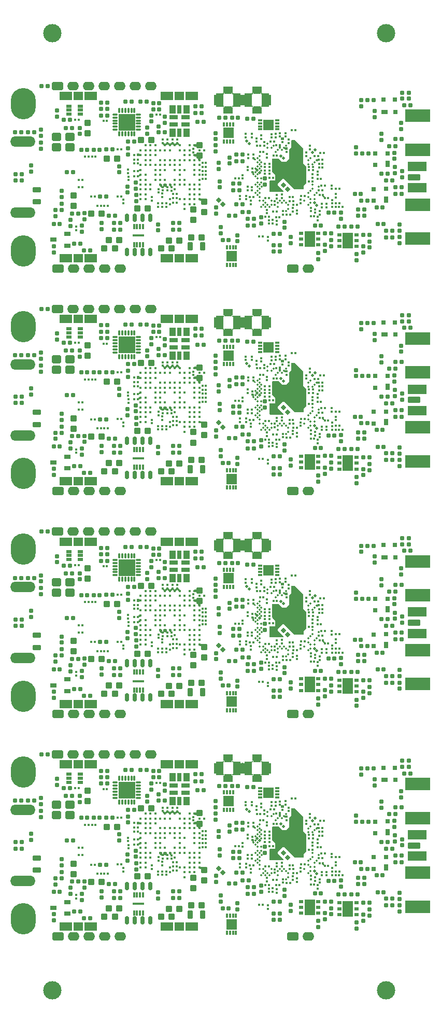
<source format=gbs>
G04 Layer_Color=16711935*
%FSLAX44Y44*%
%MOMM*%
G71*
G01*
G75*
%ADD48C,0.3500*%
%ADD110R,1.7000X1.7000*%
%ADD128C,3.0000*%
G04:AMPARAMS|DCode=134|XSize=0.7mm|YSize=0.7mm|CornerRadius=0.11mm|HoleSize=0mm|Usage=FLASHONLY|Rotation=180.000|XOffset=0mm|YOffset=0mm|HoleType=Round|Shape=RoundedRectangle|*
%AMROUNDEDRECTD134*
21,1,0.7000,0.4800,0,0,180.0*
21,1,0.4800,0.7000,0,0,180.0*
1,1,0.2200,-0.2400,0.2400*
1,1,0.2200,0.2400,0.2400*
1,1,0.2200,0.2400,-0.2400*
1,1,0.2200,-0.2400,-0.2400*
%
%ADD134ROUNDEDRECTD134*%
%ADD135R,4.1000X2.1000*%
G04:AMPARAMS|DCode=137|XSize=0.6mm|YSize=0.7mm|CornerRadius=0.1mm|HoleSize=0mm|Usage=FLASHONLY|Rotation=0.000|XOffset=0mm|YOffset=0mm|HoleType=Round|Shape=RoundedRectangle|*
%AMROUNDEDRECTD137*
21,1,0.6000,0.5000,0,0,0.0*
21,1,0.4000,0.7000,0,0,0.0*
1,1,0.2000,0.2000,-0.2500*
1,1,0.2000,-0.2000,-0.2500*
1,1,0.2000,-0.2000,0.2500*
1,1,0.2000,0.2000,0.2500*
%
%ADD137ROUNDEDRECTD137*%
G04:AMPARAMS|DCode=139|XSize=0.7mm|YSize=0.7mm|CornerRadius=0.11mm|HoleSize=0mm|Usage=FLASHONLY|Rotation=270.000|XOffset=0mm|YOffset=0mm|HoleType=Round|Shape=RoundedRectangle|*
%AMROUNDEDRECTD139*
21,1,0.7000,0.4800,0,0,270.0*
21,1,0.4800,0.7000,0,0,270.0*
1,1,0.2200,-0.2400,-0.2400*
1,1,0.2200,-0.2400,0.2400*
1,1,0.2200,0.2400,0.2400*
1,1,0.2200,0.2400,-0.2400*
%
%ADD139ROUNDEDRECTD139*%
G04:AMPARAMS|DCode=140|XSize=1.1mm|YSize=1mm|CornerRadius=0.1625mm|HoleSize=0mm|Usage=FLASHONLY|Rotation=180.000|XOffset=0mm|YOffset=0mm|HoleType=Round|Shape=RoundedRectangle|*
%AMROUNDEDRECTD140*
21,1,1.1000,0.6750,0,0,180.0*
21,1,0.7750,1.0000,0,0,180.0*
1,1,0.3250,-0.3875,0.3375*
1,1,0.3250,0.3875,0.3375*
1,1,0.3250,0.3875,-0.3375*
1,1,0.3250,-0.3875,-0.3375*
%
%ADD140ROUNDEDRECTD140*%
G04:AMPARAMS|DCode=141|XSize=0.6mm|YSize=0.7mm|CornerRadius=0.1mm|HoleSize=0mm|Usage=FLASHONLY|Rotation=90.000|XOffset=0mm|YOffset=0mm|HoleType=Round|Shape=RoundedRectangle|*
%AMROUNDEDRECTD141*
21,1,0.6000,0.5000,0,0,90.0*
21,1,0.4000,0.7000,0,0,90.0*
1,1,0.2000,0.2500,0.2000*
1,1,0.2000,0.2500,-0.2000*
1,1,0.2000,-0.2500,-0.2000*
1,1,0.2000,-0.2500,0.2000*
%
%ADD141ROUNDEDRECTD141*%
%ADD148R,0.4500X0.4000*%
%ADD153R,0.4000X0.4500*%
%ADD154R,1.5000X1.4000*%
%ADD155R,2.1000X1.4000*%
G04:AMPARAMS|DCode=156|XSize=1.4mm|YSize=0.9mm|CornerRadius=0.15mm|HoleSize=0mm|Usage=FLASHONLY|Rotation=270.000|XOffset=0mm|YOffset=0mm|HoleType=Round|Shape=RoundedRectangle|*
%AMROUNDEDRECTD156*
21,1,1.4000,0.6000,0,0,270.0*
21,1,1.1000,0.9000,0,0,270.0*
1,1,0.3000,-0.3000,-0.5500*
1,1,0.3000,-0.3000,0.5500*
1,1,0.3000,0.3000,0.5500*
1,1,0.3000,0.3000,-0.5500*
%
%ADD156ROUNDEDRECTD156*%
G04:AMPARAMS|DCode=166|XSize=1.9mm|YSize=1.4mm|CornerRadius=0.375mm|HoleSize=0mm|Usage=FLASHONLY|Rotation=0.000|XOffset=0mm|YOffset=0mm|HoleType=Round|Shape=RoundedRectangle|*
%AMROUNDEDRECTD166*
21,1,1.9000,0.6500,0,0,0.0*
21,1,1.1500,1.4000,0,0,0.0*
1,1,0.7500,0.5750,-0.3250*
1,1,0.7500,-0.5750,-0.3250*
1,1,0.7500,-0.5750,0.3250*
1,1,0.7500,0.5750,0.3250*
%
%ADD166ROUNDEDRECTD166*%
%ADD167O,1.9000X1.4000*%
%ADD168O,4.1000X1.7000*%
%ADD169O,4.1000X5.1000*%
G04:AMPARAMS|DCode=171|XSize=0.4mm|YSize=0.45mm|CornerRadius=0mm|HoleSize=0mm|Usage=FLASHONLY|Rotation=315.000|XOffset=0mm|YOffset=0mm|HoleType=Round|Shape=Rectangle|*
%AMROTATEDRECTD171*
4,1,4,-0.3005,-0.0177,0.0177,0.3005,0.3005,0.0177,-0.0177,-0.3005,-0.3005,-0.0177,0.0*
%
%ADD171ROTATEDRECTD171*%

G04:AMPARAMS|DCode=172|XSize=0.7mm|YSize=0.7mm|CornerRadius=0.11mm|HoleSize=0mm|Usage=FLASHONLY|Rotation=45.000|XOffset=0mm|YOffset=0mm|HoleType=Round|Shape=RoundedRectangle|*
%AMROUNDEDRECTD172*
21,1,0.7000,0.4800,0,0,45.0*
21,1,0.4800,0.7000,0,0,45.0*
1,1,0.2200,0.3394,0.0000*
1,1,0.2200,0.0000,-0.3394*
1,1,0.2200,-0.3394,0.0000*
1,1,0.2200,0.0000,0.3394*
%
%ADD172ROUNDEDRECTD172*%
%ADD173R,0.4000X0.9000*%
%ADD174R,1.9000X0.4000*%
%ADD175R,1.6500X1.1000*%
%ADD176R,1.3000X1.7000*%
%ADD177R,1.3000X1.3000*%
%ADD178R,1.3000X2.2500*%
%ADD179R,1.1000X0.8000*%
%ADD180R,0.8000X0.8000*%
%ADD181R,0.8000X0.8000*%
%ADD182R,0.8000X1.1000*%
G04:AMPARAMS|DCode=183|XSize=0.7mm|YSize=1.1mm|CornerRadius=0.125mm|HoleSize=0mm|Usage=FLASHONLY|Rotation=270.000|XOffset=0mm|YOffset=0mm|HoleType=Round|Shape=RoundedRectangle|*
%AMROUNDEDRECTD183*
21,1,0.7000,0.8500,0,0,270.0*
21,1,0.4500,1.1000,0,0,270.0*
1,1,0.2500,-0.4250,-0.2250*
1,1,0.2500,-0.4250,0.2250*
1,1,0.2500,0.4250,0.2250*
1,1,0.2500,0.4250,-0.2250*
%
%ADD183ROUNDEDRECTD183*%
%ADD184R,0.9500X0.5000*%
%ADD185R,0.3500X0.7250*%
G04:AMPARAMS|DCode=186|XSize=1.4mm|YSize=0.9mm|CornerRadius=0.15mm|HoleSize=0mm|Usage=FLASHONLY|Rotation=180.000|XOffset=0mm|YOffset=0mm|HoleType=Round|Shape=RoundedRectangle|*
%AMROUNDEDRECTD186*
21,1,1.4000,0.6000,0,0,180.0*
21,1,1.1000,0.9000,0,0,180.0*
1,1,0.3000,-0.5500,0.3000*
1,1,0.3000,0.5500,0.3000*
1,1,0.3000,0.5500,-0.3000*
1,1,0.3000,-0.5500,-0.3000*
%
%ADD186ROUNDEDRECTD186*%
G04:AMPARAMS|DCode=187|XSize=1.5mm|YSize=1.3mm|CornerRadius=0.2mm|HoleSize=0mm|Usage=FLASHONLY|Rotation=0.000|XOffset=0mm|YOffset=0mm|HoleType=Round|Shape=RoundedRectangle|*
%AMROUNDEDRECTD187*
21,1,1.5000,0.9000,0,0,0.0*
21,1,1.1000,1.3000,0,0,0.0*
1,1,0.4000,0.5500,-0.4500*
1,1,0.4000,-0.5500,-0.4500*
1,1,0.4000,-0.5500,0.4500*
1,1,0.4000,0.5500,0.4500*
%
%ADD187ROUNDEDRECTD187*%
%ADD188R,2.7000X2.7000*%
%ADD189O,0.3500X1.0000*%
%ADD190O,1.0000X0.3500*%
G04:AMPARAMS|DCode=191|XSize=1.1mm|YSize=1mm|CornerRadius=0.1625mm|HoleSize=0mm|Usage=FLASHONLY|Rotation=270.000|XOffset=0mm|YOffset=0mm|HoleType=Round|Shape=RoundedRectangle|*
%AMROUNDEDRECTD191*
21,1,1.1000,0.6750,0,0,270.0*
21,1,0.7750,1.0000,0,0,270.0*
1,1,0.3250,-0.3375,-0.3875*
1,1,0.3250,-0.3375,0.3875*
1,1,0.3250,0.3375,0.3875*
1,1,0.3250,0.3375,-0.3875*
%
%ADD191ROUNDEDRECTD191*%
G04:AMPARAMS|DCode=192|XSize=1mm|YSize=2.1mm|CornerRadius=0.1625mm|HoleSize=0mm|Usage=FLASHONLY|Rotation=270.000|XOffset=0mm|YOffset=0mm|HoleType=Round|Shape=RoundedRectangle|*
%AMROUNDEDRECTD192*
21,1,1.0000,1.7750,0,0,270.0*
21,1,0.6750,2.1000,0,0,270.0*
1,1,0.3250,-0.8875,-0.3375*
1,1,0.3250,-0.8875,0.3375*
1,1,0.3250,0.8875,0.3375*
1,1,0.3250,0.8875,-0.3375*
%
%ADD192ROUNDEDRECTD192*%
G04:AMPARAMS|DCode=193|XSize=1.6mm|YSize=3.1mm|CornerRadius=0.2375mm|HoleSize=0mm|Usage=FLASHONLY|Rotation=270.000|XOffset=0mm|YOffset=0mm|HoleType=Round|Shape=RoundedRectangle|*
%AMROUNDEDRECTD193*
21,1,1.6000,2.6250,0,0,270.0*
21,1,1.1250,3.1000,0,0,270.0*
1,1,0.4750,-1.3125,-0.5625*
1,1,0.4750,-1.3125,0.5625*
1,1,0.4750,1.3125,0.5625*
1,1,0.4750,1.3125,-0.5625*
%
%ADD193ROUNDEDRECTD193*%
%ADD194R,0.8000X1.4500*%
%ADD195R,1.4500X0.8000*%
%ADD196R,1.1000X1.4500*%
%ADD197R,1.8000X1.8000*%
%ADD198R,0.7500X0.4000*%
%ADD199R,1.8000X1.8000*%
%ADD200R,0.4000X0.7500*%
%ADD201O,0.7000X1.4000*%
%ADD202R,1.8000X2.6000*%
%ADD203R,0.8000X0.6000*%
G04:AMPARAMS|DCode=204|XSize=0.4mm|YSize=0.45mm|CornerRadius=0mm|HoleSize=0mm|Usage=FLASHONLY|Rotation=45.000|XOffset=0mm|YOffset=0mm|HoleType=Round|Shape=Rectangle|*
%AMROTATEDRECTD204*
4,1,4,0.0177,-0.3005,-0.3005,0.0177,-0.0177,0.3005,0.3005,-0.0177,0.0177,-0.3005,0.0*
%
%ADD204ROTATEDRECTD204*%

%ADD205C,0.4400*%
G36*
X415000Y1383600D02*
X413250D01*
Y1385600D01*
X415000D01*
Y1383600D01*
D02*
G37*
G36*
X400250D02*
X398500D01*
Y1385600D01*
X400250D01*
Y1383600D01*
D02*
G37*
G36*
X367750D02*
X366000D01*
Y1385600D01*
X367750D01*
Y1383600D01*
D02*
G37*
G36*
X353000D02*
X351250D01*
Y1385600D01*
X353000D01*
Y1383600D01*
D02*
G37*
G36*
X384000Y1365600D02*
X382250D01*
Y1382600D01*
X384000D01*
Y1365600D01*
D02*
G37*
G36*
X415000Y1362600D02*
X413250D01*
Y1364600D01*
X415000D01*
Y1362600D01*
D02*
G37*
G36*
X400250D02*
X398500D01*
Y1364600D01*
X400250D01*
Y1362600D01*
D02*
G37*
G36*
X367750D02*
X366000D01*
Y1364600D01*
X367750D01*
Y1362600D01*
D02*
G37*
G36*
X353000D02*
X351250D01*
Y1364600D01*
X353000D01*
Y1362600D01*
D02*
G37*
G36*
X450750Y1309100D02*
X445750D01*
Y1313350D01*
X450750D01*
Y1309100D01*
D02*
G37*
G36*
X280501Y1302100D02*
Y1299950D01*
X278650D01*
X276500Y1302100D01*
X274351Y1299950D01*
X270650D01*
X268500Y1302100D01*
X266351Y1299950D01*
X262650D01*
X260501Y1302100D01*
X258351Y1299950D01*
X254650D01*
X252500Y1302100D01*
X254500Y1304100D01*
X256500Y1302100D01*
X258501Y1304100D01*
X260501Y1302101D01*
X262500Y1304100D01*
X264501Y1302100D01*
X266501Y1304100D01*
X268500Y1302101D01*
X270500Y1304100D01*
X272500Y1302100D01*
X274501Y1304100D01*
X276500Y1302101D01*
X278500Y1304100D01*
X280501Y1302100D01*
D02*
G37*
G36*
X308000Y1297850D02*
X304500D01*
Y1302100D01*
X308000D01*
Y1297850D01*
D02*
G37*
G36*
X446000Y1295840D02*
X442000D01*
Y1302350D01*
X446000D01*
Y1295840D01*
D02*
G37*
G36*
X457000Y1292850D02*
X452750D01*
X450600Y1295000D01*
Y1295840D01*
X451610Y1296850D01*
X457000D01*
Y1292850D01*
D02*
G37*
G36*
X215000Y1282100D02*
X210750D01*
Y1286850D01*
X215000D01*
Y1282100D01*
D02*
G37*
G36*
X308000Y1281850D02*
X304500D01*
Y1286100D01*
X308000D01*
Y1281850D01*
D02*
G37*
G36*
X314601Y1275950D02*
X310351D01*
Y1279450D01*
X314601D01*
Y1275950D01*
D02*
G37*
G36*
X405250Y1276600D02*
Y1275860D01*
X402490D01*
X401000Y1277350D01*
Y1278350D01*
X402250Y1279600D01*
X405250Y1276600D01*
D02*
G37*
G36*
X506500Y1274350D02*
X503880D01*
Y1277600D01*
X506500D01*
Y1274350D01*
D02*
G37*
G36*
X468545Y1308352D02*
X468594Y1308347D01*
X468667Y1308325D01*
X468689Y1308318D01*
X468775Y1308272D01*
X468852Y1308209D01*
X468852Y1308209D01*
X482230Y1294830D01*
X482293Y1294754D01*
X482339Y1294668D01*
X482368Y1294573D01*
X482373Y1294524D01*
X482377Y1294475D01*
X482377Y1294475D01*
X482377Y1270464D01*
X487105Y1265737D01*
X487105Y1265736D01*
X487133Y1265702D01*
X487168Y1265660D01*
X487214Y1265574D01*
X487243Y1265479D01*
X487248Y1265430D01*
X487253Y1265381D01*
X487252Y1265381D01*
Y1238350D01*
X487243Y1238252D01*
X487221Y1238180D01*
X487214Y1238158D01*
X487168Y1238071D01*
X487105Y1237995D01*
X487105Y1237995D01*
X483284Y1234173D01*
X483284Y1228850D01*
X483274Y1228752D01*
X483245Y1228658D01*
X483199Y1228571D01*
X483136Y1228495D01*
X483060Y1228432D01*
X482973Y1228386D01*
X482879Y1228357D01*
X482781Y1228348D01*
X467751Y1228348D01*
X467750Y1228348D01*
X467661Y1228357D01*
X467652Y1228357D01*
X467558Y1228386D01*
X467471Y1228432D01*
X467429Y1228467D01*
X467395Y1228495D01*
X467395Y1228495D01*
X450792Y1245098D01*
X448458Y1245098D01*
X440252Y1236892D01*
X440252Y1234979D01*
X449855Y1225376D01*
X449855Y1225376D01*
X449883Y1225341D01*
X449918Y1225300D01*
X449964Y1225213D01*
X449993Y1225118D01*
X450003Y1225021D01*
X450002Y1225020D01*
Y1224350D01*
X449993Y1224252D01*
X449964Y1224158D01*
X449918Y1224071D01*
X449855Y1223995D01*
X449779Y1223932D01*
X449692Y1223886D01*
X449598Y1223857D01*
X449500Y1223848D01*
X428000D01*
X427902Y1223857D01*
X427808Y1223886D01*
X427721Y1223932D01*
X427645Y1223995D01*
X427582Y1224071D01*
X427536Y1224158D01*
X427507Y1224252D01*
X427498Y1224350D01*
Y1241850D01*
X427507Y1241948D01*
X427536Y1242042D01*
X427582Y1242129D01*
X427645Y1242205D01*
X427721Y1242268D01*
X427808Y1242314D01*
X427902Y1242343D01*
X428000Y1242353D01*
X436598Y1242353D01*
X436598Y1251146D01*
X431895Y1255849D01*
X431832Y1255925D01*
X431786Y1256012D01*
X431779Y1256034D01*
X431757Y1256106D01*
X431753Y1256155D01*
X431748Y1256204D01*
X431748Y1256205D01*
X431748Y1278100D01*
X431757Y1278198D01*
X431786Y1278292D01*
X431832Y1278379D01*
X431895Y1278456D01*
X431971Y1278518D01*
X432058Y1278564D01*
X432152Y1278593D01*
X432250Y1278603D01*
X441750D01*
X441750D01*
D01*
X441759Y1278602D01*
X441848Y1278593D01*
X441942Y1278564D01*
X441983Y1278543D01*
X442029Y1278518D01*
X442064Y1278490D01*
X442105Y1278456D01*
X442106Y1278455D01*
X447708Y1272853D01*
X454542Y1272853D01*
X459247Y1277558D01*
X459248Y1292600D01*
X459248Y1292600D01*
X459253Y1292649D01*
X459257Y1292698D01*
X459279Y1292771D01*
X459286Y1292793D01*
X459332Y1292879D01*
X459395Y1292956D01*
X462998Y1296559D01*
Y1307854D01*
X463008Y1307952D01*
X463036Y1308046D01*
X463083Y1308133D01*
X463145Y1308209D01*
X463221Y1308272D01*
X463308Y1308318D01*
X463402Y1308347D01*
X463500Y1308356D01*
X468496Y1308356D01*
X468496Y1308356D01*
X468545Y1308352D01*
D02*
G37*
G36*
X216500Y1259950D02*
Y1258101D01*
X216000Y1257600D01*
X212500D01*
Y1258850D01*
X214750Y1261100D01*
X215351Y1261100D01*
X216500Y1259950D01*
D02*
G37*
G36*
X401500Y1252550D02*
X399000D01*
Y1257350D01*
X401500D01*
Y1252550D01*
D02*
G37*
G36*
X216500Y1251950D02*
Y1249100D01*
X213250D01*
Y1251350D01*
X214000Y1252100D01*
X216350D01*
X216500Y1251950D01*
D02*
G37*
G36*
X259500Y1236100D02*
Y1231600D01*
X258000D01*
X256500Y1233100D01*
X254251Y1230850D01*
X253501D01*
Y1236100D01*
X254751Y1237350D01*
X255101D01*
X256500Y1235950D01*
X257900Y1237350D01*
X258250D01*
X259500Y1236100D01*
D02*
G37*
G36*
X267500D02*
Y1231600D01*
X266000D01*
X263750Y1233850D01*
Y1235200D01*
X265900Y1237350D01*
X266250D01*
X267500Y1236100D01*
D02*
G37*
G36*
X251500D02*
Y1231100D01*
X250500D01*
X247750Y1233850D01*
Y1235200D01*
X249900Y1237350D01*
X250250D01*
X251500Y1236100D01*
D02*
G37*
G36*
X517750Y1216100D02*
Y1215100D01*
X515500D01*
X513500Y1217100D01*
Y1217350D01*
X516500D01*
X517750Y1216100D01*
D02*
G37*
G36*
X437500Y1210350D02*
X437000D01*
Y1211850D01*
X437500D01*
Y1210350D01*
D02*
G37*
G36*
X318000Y1209850D02*
X312500D01*
Y1211950D01*
X313400Y1212850D01*
X318000D01*
Y1209850D01*
D02*
G37*
G36*
X415000Y1019900D02*
X413250D01*
Y1021900D01*
X415000D01*
Y1019900D01*
D02*
G37*
G36*
X400250D02*
X398500D01*
Y1021900D01*
X400250D01*
Y1019900D01*
D02*
G37*
G36*
X367750D02*
X366000D01*
Y1021900D01*
X367750D01*
Y1019900D01*
D02*
G37*
G36*
X353000D02*
X351250D01*
Y1021900D01*
X353000D01*
Y1019900D01*
D02*
G37*
G36*
X384000Y1001900D02*
X382250D01*
Y1018900D01*
X384000D01*
Y1001900D01*
D02*
G37*
G36*
X415000Y998900D02*
X413250D01*
Y1000900D01*
X415000D01*
Y998900D01*
D02*
G37*
G36*
X400250D02*
X398500D01*
Y1000900D01*
X400250D01*
Y998900D01*
D02*
G37*
G36*
X367750D02*
X366000D01*
Y1000900D01*
X367750D01*
Y998900D01*
D02*
G37*
G36*
X353000D02*
X351250D01*
Y1000900D01*
X353000D01*
Y998900D01*
D02*
G37*
G36*
X450750Y945400D02*
X445750D01*
Y949650D01*
X450750D01*
Y945400D01*
D02*
G37*
G36*
X280501Y938400D02*
Y936250D01*
X278650D01*
X276500Y938400D01*
X274351Y936250D01*
X270650D01*
X268500Y938400D01*
X266351Y936250D01*
X262650D01*
X260501Y938400D01*
X258351Y936250D01*
X254650D01*
X252500Y938400D01*
X254500Y940400D01*
X256500Y938400D01*
X258501Y940400D01*
X260501Y938401D01*
X262500Y940400D01*
X264501Y938400D01*
X266501Y940400D01*
X268500Y938401D01*
X270500Y940400D01*
X272500Y938400D01*
X274501Y940400D01*
X276500Y938401D01*
X278500Y940400D01*
X280501Y938400D01*
D02*
G37*
G36*
X308000Y934150D02*
X304500D01*
Y938400D01*
X308000D01*
Y934150D01*
D02*
G37*
G36*
X446000Y932140D02*
X442000D01*
Y938650D01*
X446000D01*
Y932140D01*
D02*
G37*
G36*
X457000Y929150D02*
X452750D01*
X450600Y931300D01*
Y932140D01*
X451610Y933150D01*
X457000D01*
Y929150D01*
D02*
G37*
G36*
X215000Y918400D02*
X210750D01*
Y923150D01*
X215000D01*
Y918400D01*
D02*
G37*
G36*
X308000Y918150D02*
X304500D01*
Y922400D01*
X308000D01*
Y918150D01*
D02*
G37*
G36*
X314601Y912250D02*
X310351D01*
Y915750D01*
X314601D01*
Y912250D01*
D02*
G37*
G36*
X405250Y912900D02*
Y912160D01*
X402490D01*
X401000Y913650D01*
Y914650D01*
X402250Y915900D01*
X405250Y912900D01*
D02*
G37*
G36*
X506500Y910650D02*
X503880D01*
Y913900D01*
X506500D01*
Y910650D01*
D02*
G37*
G36*
X468545Y944652D02*
X468594Y944647D01*
X468667Y944625D01*
X468689Y944618D01*
X468775Y944572D01*
X468852Y944509D01*
X468852Y944509D01*
X482230Y931130D01*
X482293Y931054D01*
X482339Y930967D01*
X482368Y930873D01*
X482373Y930824D01*
X482377Y930775D01*
X482377Y930775D01*
X482377Y906764D01*
X487105Y902037D01*
X487105Y902036D01*
X487133Y902002D01*
X487168Y901960D01*
X487214Y901873D01*
X487243Y901779D01*
X487248Y901730D01*
X487253Y901681D01*
X487252Y901681D01*
Y874650D01*
X487243Y874552D01*
X487221Y874480D01*
X487214Y874458D01*
X487168Y874371D01*
X487105Y874295D01*
X487105Y874295D01*
X483284Y870473D01*
X483284Y865150D01*
X483274Y865052D01*
X483245Y864958D01*
X483199Y864871D01*
X483136Y864795D01*
X483060Y864732D01*
X482973Y864686D01*
X482879Y864657D01*
X482781Y864648D01*
X467751Y864648D01*
X467750Y864648D01*
X467661Y864657D01*
X467652Y864657D01*
X467558Y864686D01*
X467471Y864732D01*
X467429Y864767D01*
X467395Y864795D01*
X467395Y864795D01*
X450792Y881398D01*
X448458Y881398D01*
X440252Y873192D01*
X440252Y871279D01*
X449855Y861676D01*
X449855Y861676D01*
X449883Y861641D01*
X449918Y861600D01*
X449964Y861513D01*
X449993Y861419D01*
X450003Y861320D01*
X450002Y861320D01*
Y860650D01*
X449993Y860552D01*
X449964Y860458D01*
X449918Y860371D01*
X449855Y860295D01*
X449779Y860232D01*
X449692Y860186D01*
X449598Y860157D01*
X449500Y860148D01*
X428000D01*
X427902Y860157D01*
X427808Y860186D01*
X427721Y860232D01*
X427645Y860295D01*
X427582Y860371D01*
X427536Y860458D01*
X427507Y860552D01*
X427498Y860650D01*
Y878150D01*
X427507Y878248D01*
X427536Y878342D01*
X427582Y878429D01*
X427645Y878505D01*
X427721Y878568D01*
X427808Y878614D01*
X427902Y878643D01*
X428000Y878652D01*
X436598Y878652D01*
X436598Y887446D01*
X431895Y892149D01*
X431832Y892225D01*
X431786Y892312D01*
X431779Y892334D01*
X431757Y892406D01*
X431753Y892455D01*
X431748Y892504D01*
X431748Y892505D01*
X431748Y914400D01*
X431757Y914498D01*
X431786Y914592D01*
X431832Y914679D01*
X431895Y914755D01*
X431971Y914818D01*
X432058Y914864D01*
X432152Y914893D01*
X432250Y914902D01*
X441750D01*
X441750D01*
D01*
X441759Y914902D01*
X441848Y914893D01*
X441942Y914864D01*
X441983Y914843D01*
X442029Y914818D01*
X442064Y914790D01*
X442105Y914755D01*
X442106Y914755D01*
X447708Y909153D01*
X454542Y909153D01*
X459247Y913858D01*
X459248Y928900D01*
X459248Y928900D01*
X459253Y928949D01*
X459257Y928998D01*
X459279Y929071D01*
X459286Y929092D01*
X459332Y929179D01*
X459395Y929256D01*
X462998Y932859D01*
Y944154D01*
X463008Y944252D01*
X463036Y944346D01*
X463083Y944433D01*
X463145Y944509D01*
X463221Y944572D01*
X463308Y944618D01*
X463402Y944647D01*
X463500Y944656D01*
X468496Y944656D01*
X468496Y944656D01*
X468545Y944652D01*
D02*
G37*
G36*
X216500Y896250D02*
Y894401D01*
X216000Y893900D01*
X212500D01*
Y895150D01*
X214750Y897400D01*
X215351Y897400D01*
X216500Y896250D01*
D02*
G37*
G36*
X401500Y888850D02*
X399000D01*
Y893650D01*
X401500D01*
Y888850D01*
D02*
G37*
G36*
X216500Y888250D02*
Y885400D01*
X213250D01*
Y887650D01*
X214000Y888400D01*
X216350D01*
X216500Y888250D01*
D02*
G37*
G36*
X259500Y872400D02*
Y867900D01*
X258000D01*
X256500Y869400D01*
X254251Y867150D01*
X253501D01*
Y872400D01*
X254751Y873650D01*
X255101D01*
X256500Y872250D01*
X257900Y873650D01*
X258250D01*
X259500Y872400D01*
D02*
G37*
G36*
X267500D02*
Y867900D01*
X266000D01*
X263750Y870150D01*
Y871500D01*
X265900Y873650D01*
X266250D01*
X267500Y872400D01*
D02*
G37*
G36*
X251500D02*
Y867400D01*
X250500D01*
X247750Y870150D01*
Y871500D01*
X249900Y873650D01*
X250250D01*
X251500Y872400D01*
D02*
G37*
G36*
X517750Y852400D02*
Y851400D01*
X515500D01*
X513500Y853400D01*
Y853650D01*
X516500D01*
X517750Y852400D01*
D02*
G37*
G36*
X437500Y846650D02*
X437000D01*
Y848150D01*
X437500D01*
Y846650D01*
D02*
G37*
G36*
X318000Y846150D02*
X312500D01*
Y848250D01*
X313400Y849150D01*
X318000D01*
Y846150D01*
D02*
G37*
G36*
X415000Y656200D02*
X413250D01*
Y658200D01*
X415000D01*
Y656200D01*
D02*
G37*
G36*
X400250D02*
X398500D01*
Y658200D01*
X400250D01*
Y656200D01*
D02*
G37*
G36*
X367750D02*
X366000D01*
Y658200D01*
X367750D01*
Y656200D01*
D02*
G37*
G36*
X353000D02*
X351250D01*
Y658200D01*
X353000D01*
Y656200D01*
D02*
G37*
G36*
X384000Y638200D02*
X382250D01*
Y655200D01*
X384000D01*
Y638200D01*
D02*
G37*
G36*
X415000Y635200D02*
X413250D01*
Y637200D01*
X415000D01*
Y635200D01*
D02*
G37*
G36*
X400250D02*
X398500D01*
Y637200D01*
X400250D01*
Y635200D01*
D02*
G37*
G36*
X367750D02*
X366000D01*
Y637200D01*
X367750D01*
Y635200D01*
D02*
G37*
G36*
X353000D02*
X351250D01*
Y637200D01*
X353000D01*
Y635200D01*
D02*
G37*
G36*
X450750Y581700D02*
X445750D01*
Y585950D01*
X450750D01*
Y581700D01*
D02*
G37*
G36*
X280501Y574700D02*
Y572550D01*
X278650D01*
X276500Y574700D01*
X274351Y572550D01*
X270650D01*
X268500Y574700D01*
X266351Y572550D01*
X262650D01*
X260501Y574700D01*
X258351Y572550D01*
X254650D01*
X252500Y574700D01*
X254500Y576700D01*
X256500Y574700D01*
X258501Y576700D01*
X260501Y574701D01*
X262500Y576700D01*
X264501Y574700D01*
X266501Y576700D01*
X268500Y574701D01*
X270500Y576700D01*
X272500Y574700D01*
X274501Y576700D01*
X276500Y574701D01*
X278500Y576700D01*
X280501Y574700D01*
D02*
G37*
G36*
X308000Y570450D02*
X304500D01*
Y574700D01*
X308000D01*
Y570450D01*
D02*
G37*
G36*
X446000Y568440D02*
X442000D01*
Y574950D01*
X446000D01*
Y568440D01*
D02*
G37*
G36*
X457000Y565450D02*
X452750D01*
X450600Y567600D01*
Y568440D01*
X451610Y569450D01*
X457000D01*
Y565450D01*
D02*
G37*
G36*
X215000Y554700D02*
X210750D01*
Y559450D01*
X215000D01*
Y554700D01*
D02*
G37*
G36*
X308000Y554450D02*
X304500D01*
Y558700D01*
X308000D01*
Y554450D01*
D02*
G37*
G36*
X314601Y548550D02*
X310351D01*
Y552050D01*
X314601D01*
Y548550D01*
D02*
G37*
G36*
X405250Y549200D02*
Y548460D01*
X402490D01*
X401000Y549950D01*
Y550950D01*
X402250Y552200D01*
X405250Y549200D01*
D02*
G37*
G36*
X506500Y546950D02*
X503880D01*
Y550200D01*
X506500D01*
Y546950D01*
D02*
G37*
G36*
X468545Y580951D02*
X468594Y580947D01*
X468667Y580925D01*
X468689Y580918D01*
X468775Y580872D01*
X468852Y580809D01*
X468852Y580809D01*
X482230Y567430D01*
X482293Y567354D01*
X482339Y567267D01*
X482368Y567173D01*
X482373Y567124D01*
X482377Y567075D01*
X482377Y567075D01*
X482377Y543064D01*
X487105Y538336D01*
X487105Y538336D01*
X487133Y538302D01*
X487168Y538260D01*
X487214Y538173D01*
X487243Y538079D01*
X487248Y538030D01*
X487253Y537981D01*
X487252Y537981D01*
Y510950D01*
X487243Y510852D01*
X487221Y510780D01*
X487214Y510758D01*
X487168Y510671D01*
X487105Y510595D01*
X487105Y510595D01*
X483284Y506773D01*
X483284Y501450D01*
X483274Y501352D01*
X483245Y501258D01*
X483199Y501171D01*
X483136Y501095D01*
X483060Y501032D01*
X482973Y500986D01*
X482879Y500957D01*
X482781Y500948D01*
X467751Y500948D01*
X467750Y500948D01*
X467661Y500956D01*
X467652Y500957D01*
X467558Y500986D01*
X467471Y501032D01*
X467429Y501067D01*
X467395Y501095D01*
X467395Y501095D01*
X450792Y517698D01*
X448458Y517698D01*
X440252Y509492D01*
X440252Y507579D01*
X449855Y497976D01*
X449855Y497976D01*
X449883Y497941D01*
X449918Y497900D01*
X449964Y497813D01*
X449993Y497718D01*
X450003Y497620D01*
X450002Y497620D01*
Y496950D01*
X449993Y496852D01*
X449964Y496758D01*
X449918Y496671D01*
X449855Y496595D01*
X449779Y496532D01*
X449692Y496486D01*
X449598Y496457D01*
X449500Y496448D01*
X428000D01*
X427902Y496457D01*
X427808Y496486D01*
X427721Y496532D01*
X427645Y496595D01*
X427582Y496671D01*
X427536Y496758D01*
X427507Y496852D01*
X427498Y496950D01*
Y514450D01*
X427507Y514548D01*
X427536Y514642D01*
X427582Y514729D01*
X427645Y514805D01*
X427721Y514868D01*
X427808Y514914D01*
X427902Y514943D01*
X428000Y514952D01*
X436598Y514952D01*
X436598Y523746D01*
X431895Y528449D01*
X431832Y528525D01*
X431786Y528612D01*
X431779Y528634D01*
X431757Y528706D01*
X431753Y528755D01*
X431748Y528804D01*
X431748Y528805D01*
X431748Y550700D01*
X431757Y550798D01*
X431786Y550892D01*
X431832Y550979D01*
X431895Y551055D01*
X431971Y551118D01*
X432058Y551164D01*
X432152Y551193D01*
X432250Y551203D01*
X441750D01*
X441750D01*
D01*
X441759Y551202D01*
X441848Y551193D01*
X441942Y551164D01*
X441983Y551143D01*
X442029Y551118D01*
X442064Y551090D01*
X442105Y551055D01*
X442106Y551055D01*
X447708Y545452D01*
X454542Y545452D01*
X459247Y550158D01*
X459248Y565200D01*
X459248Y565200D01*
X459253Y565249D01*
X459257Y565298D01*
X459279Y565370D01*
X459286Y565392D01*
X459332Y565479D01*
X459395Y565555D01*
X462998Y569159D01*
Y580454D01*
X463008Y580552D01*
X463036Y580646D01*
X463083Y580733D01*
X463145Y580809D01*
X463221Y580872D01*
X463308Y580918D01*
X463402Y580947D01*
X463500Y580956D01*
X468496Y580956D01*
X468496Y580956D01*
X468545Y580951D01*
D02*
G37*
G36*
X216500Y532550D02*
Y530700D01*
X216000Y530200D01*
X212500D01*
Y531450D01*
X214750Y533700D01*
X215351Y533700D01*
X216500Y532550D01*
D02*
G37*
G36*
X401500Y525150D02*
X399000D01*
Y529950D01*
X401500D01*
Y525150D01*
D02*
G37*
G36*
X216500Y524550D02*
Y521700D01*
X213250D01*
Y523950D01*
X214000Y524700D01*
X216350D01*
X216500Y524550D01*
D02*
G37*
G36*
X259500Y508700D02*
Y504200D01*
X258000D01*
X256500Y505700D01*
X254251Y503450D01*
X253501D01*
Y508700D01*
X254751Y509950D01*
X255101D01*
X256500Y508550D01*
X257900Y509950D01*
X258250D01*
X259500Y508700D01*
D02*
G37*
G36*
X267500D02*
Y504200D01*
X266000D01*
X263750Y506450D01*
Y507800D01*
X265900Y509950D01*
X266250D01*
X267500Y508700D01*
D02*
G37*
G36*
X251500D02*
Y503700D01*
X250500D01*
X247750Y506450D01*
Y507800D01*
X249900Y509950D01*
X250250D01*
X251500Y508700D01*
D02*
G37*
G36*
X517750Y488700D02*
Y487700D01*
X515500D01*
X513500Y489700D01*
Y489950D01*
X516500D01*
X517750Y488700D01*
D02*
G37*
G36*
X437500Y482950D02*
X437000D01*
Y484450D01*
X437500D01*
Y482950D01*
D02*
G37*
G36*
X318000Y482450D02*
X312500D01*
Y484550D01*
X313400Y485450D01*
X318000D01*
Y482450D01*
D02*
G37*
G36*
X415000Y292500D02*
X413250D01*
Y294500D01*
X415000D01*
Y292500D01*
D02*
G37*
G36*
X400250D02*
X398500D01*
Y294500D01*
X400250D01*
Y292500D01*
D02*
G37*
G36*
X367750D02*
X366000D01*
Y294500D01*
X367750D01*
Y292500D01*
D02*
G37*
G36*
X353000D02*
X351250D01*
Y294500D01*
X353000D01*
Y292500D01*
D02*
G37*
G36*
X384000Y274500D02*
X382250D01*
Y291500D01*
X384000D01*
Y274500D01*
D02*
G37*
G36*
X415000Y271500D02*
X413250D01*
Y273500D01*
X415000D01*
Y271500D01*
D02*
G37*
G36*
X400250D02*
X398500D01*
Y273500D01*
X400250D01*
Y271500D01*
D02*
G37*
G36*
X367750D02*
X366000D01*
Y273500D01*
X367750D01*
Y271500D01*
D02*
G37*
G36*
X353000D02*
X351250D01*
Y273500D01*
X353000D01*
Y271500D01*
D02*
G37*
G36*
X450750Y218000D02*
X445750D01*
Y222250D01*
X450750D01*
Y218000D01*
D02*
G37*
G36*
X280501Y211000D02*
Y208850D01*
X278650D01*
X276500Y211000D01*
X274351Y208850D01*
X270650D01*
X268500Y211000D01*
X266351Y208850D01*
X262650D01*
X260501Y211000D01*
X258351Y208850D01*
X254650D01*
X252500Y211000D01*
X254500Y213000D01*
X256500Y211000D01*
X258501Y213000D01*
X260501Y211000D01*
X262500Y213000D01*
X264501Y211000D01*
X266501Y213000D01*
X268500Y211000D01*
X270500Y213000D01*
X272500Y211000D01*
X274501Y213000D01*
X276500Y211000D01*
X278500Y213000D01*
X280501Y211000D01*
D02*
G37*
G36*
X308000Y206750D02*
X304500D01*
Y211000D01*
X308000D01*
Y206750D01*
D02*
G37*
G36*
X446000Y204740D02*
X442000D01*
Y211250D01*
X446000D01*
Y204740D01*
D02*
G37*
G36*
X457000Y201750D02*
X452750D01*
X450600Y203900D01*
Y204740D01*
X451610Y205750D01*
X457000D01*
Y201750D01*
D02*
G37*
G36*
X215000Y191000D02*
X210750D01*
Y195750D01*
X215000D01*
Y191000D01*
D02*
G37*
G36*
X308000Y190750D02*
X304500D01*
Y195000D01*
X308000D01*
Y190750D01*
D02*
G37*
G36*
X314601Y184850D02*
X310351D01*
Y188350D01*
X314601D01*
Y184850D01*
D02*
G37*
G36*
X405250Y185500D02*
Y184760D01*
X402490D01*
X401000Y186250D01*
Y187250D01*
X402250Y188500D01*
X405250Y185500D01*
D02*
G37*
G36*
X506500Y183250D02*
X503880D01*
Y186500D01*
X506500D01*
Y183250D01*
D02*
G37*
G36*
X468545Y217251D02*
X468594Y217247D01*
X468667Y217225D01*
X468689Y217218D01*
X468775Y217172D01*
X468852Y217109D01*
X468852Y217109D01*
X482230Y203730D01*
X482293Y203654D01*
X482339Y203567D01*
X482368Y203473D01*
X482373Y203424D01*
X482377Y203375D01*
X482377Y203375D01*
X482377Y179364D01*
X487105Y174636D01*
X487105Y174636D01*
X487133Y174602D01*
X487168Y174560D01*
X487214Y174473D01*
X487243Y174379D01*
X487248Y174330D01*
X487253Y174281D01*
X487252Y174281D01*
Y147250D01*
X487243Y147152D01*
X487221Y147080D01*
X487214Y147058D01*
X487168Y146971D01*
X487105Y146895D01*
X487105Y146895D01*
X483284Y143073D01*
X483284Y137750D01*
X483274Y137652D01*
X483245Y137558D01*
X483199Y137471D01*
X483136Y137395D01*
X483060Y137332D01*
X482973Y137286D01*
X482879Y137257D01*
X482781Y137247D01*
X467751Y137248D01*
X467750Y137248D01*
X467661Y137256D01*
X467652Y137257D01*
X467558Y137286D01*
X467471Y137332D01*
X467429Y137367D01*
X467395Y137395D01*
X467395Y137395D01*
X450792Y153998D01*
X448458Y153998D01*
X440252Y145792D01*
X440252Y143879D01*
X449855Y134276D01*
X449855Y134276D01*
X449883Y134241D01*
X449918Y134199D01*
X449964Y134113D01*
X449993Y134018D01*
X450003Y133920D01*
X450002Y133920D01*
Y133250D01*
X449993Y133152D01*
X449964Y133058D01*
X449918Y132971D01*
X449855Y132895D01*
X449779Y132832D01*
X449692Y132786D01*
X449598Y132757D01*
X449500Y132748D01*
X428000D01*
X427902Y132757D01*
X427808Y132786D01*
X427721Y132832D01*
X427645Y132895D01*
X427582Y132971D01*
X427536Y133058D01*
X427507Y133152D01*
X427498Y133250D01*
Y150750D01*
X427507Y150848D01*
X427536Y150942D01*
X427582Y151029D01*
X427645Y151105D01*
X427721Y151168D01*
X427808Y151214D01*
X427902Y151243D01*
X428000Y151252D01*
X436598Y151252D01*
X436598Y160046D01*
X431895Y164749D01*
X431832Y164825D01*
X431786Y164912D01*
X431779Y164934D01*
X431757Y165006D01*
X431753Y165055D01*
X431748Y165104D01*
X431748Y165105D01*
X431748Y187000D01*
X431757Y187098D01*
X431786Y187192D01*
X431832Y187279D01*
X431895Y187355D01*
X431971Y187418D01*
X432058Y187464D01*
X432152Y187493D01*
X432250Y187502D01*
X441750D01*
X441750D01*
D01*
X441759Y187502D01*
X441848Y187493D01*
X441942Y187464D01*
X441983Y187443D01*
X442029Y187418D01*
X442064Y187390D01*
X442105Y187355D01*
X442106Y187355D01*
X447708Y181752D01*
X454542Y181752D01*
X459247Y186458D01*
X459248Y201500D01*
X459248Y201500D01*
X459253Y201549D01*
X459257Y201598D01*
X459279Y201670D01*
X459286Y201692D01*
X459332Y201779D01*
X459395Y201855D01*
X462998Y205458D01*
Y216754D01*
X463008Y216852D01*
X463036Y216946D01*
X463083Y217033D01*
X463145Y217109D01*
X463221Y217171D01*
X463308Y217218D01*
X463402Y217247D01*
X463500Y217256D01*
X468496Y217256D01*
X468496Y217256D01*
X468545Y217251D01*
D02*
G37*
G36*
X216500Y168850D02*
Y167001D01*
X216000Y166500D01*
X212500D01*
Y167750D01*
X214750Y170000D01*
X215351Y170000D01*
X216500Y168850D01*
D02*
G37*
G36*
X401500Y161450D02*
X399000D01*
Y166250D01*
X401500D01*
Y161450D01*
D02*
G37*
G36*
X216500Y160850D02*
Y158000D01*
X213250D01*
Y160250D01*
X214000Y161000D01*
X216350D01*
X216500Y160850D01*
D02*
G37*
G36*
X259500Y145000D02*
Y140500D01*
X258000D01*
X256500Y142000D01*
X254251Y139750D01*
X253501D01*
Y145000D01*
X254751Y146250D01*
X255101D01*
X256500Y144850D01*
X257900Y146250D01*
X258250D01*
X259500Y145000D01*
D02*
G37*
G36*
X267500D02*
Y140500D01*
X266000D01*
X263750Y142750D01*
Y144100D01*
X265900Y146250D01*
X266250D01*
X267500Y145000D01*
D02*
G37*
G36*
X251500D02*
Y140000D01*
X250500D01*
X247750Y142750D01*
Y144100D01*
X249900Y146250D01*
X250250D01*
X251500Y145000D01*
D02*
G37*
G36*
X517750Y125000D02*
Y124000D01*
X515500D01*
X513500Y126000D01*
Y126250D01*
X516500D01*
X517750Y125000D01*
D02*
G37*
G36*
X437500Y119250D02*
X437000D01*
Y120750D01*
X437500D01*
Y119250D01*
D02*
G37*
G36*
X318000Y118750D02*
X312500D01*
Y120850D01*
X313400Y121750D01*
X318000D01*
Y118750D01*
D02*
G37*
D48*
X490560Y111500D02*
D03*
X483900Y118160D02*
D03*
X493890Y134810D02*
D03*
X467250Y201410D02*
D03*
X500550Y181430D02*
D03*
X503880Y184760D02*
D03*
X503880Y131480D02*
D03*
X490560D02*
D03*
X457260Y104840D02*
D03*
X453930Y101510D02*
D03*
X403980Y164780D02*
D03*
X400650Y161450D02*
D03*
X430620Y204740D02*
D03*
X423960D02*
D03*
X437280Y198080D02*
D03*
X407310Y188090D02*
D03*
X430620Y111500D02*
D03*
X410640Y131480D02*
D03*
X450600Y204740D02*
D03*
X443940Y204740D02*
D03*
X410640Y124820D02*
D03*
X440610Y108170D02*
D03*
X423960Y211400D02*
D03*
X430620Y118160D02*
D03*
X413970Y168110D02*
D03*
X407310Y161450D02*
D03*
X403980Y158120D02*
D03*
X413970Y148130D02*
D03*
X410640Y144800D02*
D03*
X423960Y111500D02*
D03*
X420630Y114830D02*
D03*
X450600Y118160D02*
D03*
X440610Y114830D02*
D03*
X410640Y191420D02*
D03*
Y171440D02*
D03*
X413970Y174770D02*
D03*
X407310Y181430D02*
D03*
X413970Y181430D02*
D03*
X410640Y184760D02*
D03*
X407310Y141470D02*
D03*
X403980Y144800D02*
D03*
X407310Y128150D02*
D03*
X410640Y178100D02*
D03*
X413970Y108169D02*
D03*
X427290Y108169D02*
D03*
X420630Y108170D02*
D03*
X414010Y141464D02*
D03*
X407310Y134810D02*
D03*
X410640Y138140D02*
D03*
X410640Y118160D02*
D03*
X417300Y111500D02*
D03*
X417300Y118160D02*
D03*
X407310Y148130D02*
D03*
Y154790D02*
D03*
X413970Y154790D02*
D03*
X403980Y131480D02*
D03*
X490560Y178100D02*
D03*
Y184760D02*
D03*
X490560Y124820D02*
D03*
X507210Y141470D02*
D03*
X500550Y121490D02*
D03*
X493890D02*
D03*
X470580Y198080D02*
D03*
X493890Y114830D02*
D03*
X453930Y114830D02*
D03*
X457250Y111527D02*
D03*
X403980Y171440D02*
D03*
X407310Y174770D02*
D03*
X497220Y178100D02*
D03*
X453930Y208070D02*
D03*
X500550Y128150D02*
D03*
X447270Y114830D02*
D03*
X497220Y144800D02*
D03*
X447270Y201410D02*
D03*
X433950Y208070D02*
D03*
X493890Y188090D02*
D03*
X443940Y118160D02*
D03*
X497220Y138140D02*
D03*
X440610Y201410D02*
D03*
X490560Y475200D02*
D03*
X483900Y481860D02*
D03*
X493890Y498510D02*
D03*
X467250Y565110D02*
D03*
X500550Y545130D02*
D03*
X503880Y548460D02*
D03*
X503880Y495180D02*
D03*
X490560D02*
D03*
X457260Y468540D02*
D03*
X453930Y465210D02*
D03*
X403980Y528480D02*
D03*
X400650Y525150D02*
D03*
X430620Y568440D02*
D03*
X423960D02*
D03*
X437280Y561780D02*
D03*
X407310Y551790D02*
D03*
X430620Y475200D02*
D03*
X410640Y495180D02*
D03*
X450600Y568440D02*
D03*
X443940Y568440D02*
D03*
X410640Y488520D02*
D03*
X440610Y471870D02*
D03*
X423960Y575100D02*
D03*
X430620Y481860D02*
D03*
X413970Y531810D02*
D03*
X407310Y525150D02*
D03*
X403980Y521820D02*
D03*
X413970Y511830D02*
D03*
X410640Y508500D02*
D03*
X423960Y475200D02*
D03*
X420630Y478530D02*
D03*
X450600Y481860D02*
D03*
X440610Y478530D02*
D03*
X410640Y555120D02*
D03*
Y535140D02*
D03*
X413970Y538470D02*
D03*
X407310Y545130D02*
D03*
X413970Y545130D02*
D03*
X410640Y548460D02*
D03*
X407310Y505170D02*
D03*
X403980Y508500D02*
D03*
X407310Y491850D02*
D03*
X410640Y541800D02*
D03*
X413970Y471870D02*
D03*
X427290Y471870D02*
D03*
X420630Y471870D02*
D03*
X414010Y505164D02*
D03*
X407310Y498510D02*
D03*
X410640Y501840D02*
D03*
X410640Y481860D02*
D03*
X417300Y475200D02*
D03*
X417300Y481860D02*
D03*
X407310Y511830D02*
D03*
Y518490D02*
D03*
X413970Y518490D02*
D03*
X403980Y495180D02*
D03*
X490560Y541800D02*
D03*
Y548460D02*
D03*
X490560Y488520D02*
D03*
X507210Y505170D02*
D03*
X500550Y485190D02*
D03*
X493890D02*
D03*
X470580Y561780D02*
D03*
X493890Y478530D02*
D03*
X453930Y478530D02*
D03*
X457250Y475227D02*
D03*
X403980Y535140D02*
D03*
X407310Y538470D02*
D03*
X497220Y541800D02*
D03*
X453930Y571770D02*
D03*
X500550Y491850D02*
D03*
X447270Y478530D02*
D03*
X497220Y508500D02*
D03*
X447270Y565110D02*
D03*
X433950Y571770D02*
D03*
X493890Y551790D02*
D03*
X443940Y481860D02*
D03*
X497220Y501840D02*
D03*
X440610Y565110D02*
D03*
X490560Y838900D02*
D03*
X483900Y845560D02*
D03*
X493890Y862210D02*
D03*
X467250Y928810D02*
D03*
X500550Y908830D02*
D03*
X503880Y912160D02*
D03*
X503880Y858880D02*
D03*
X490560D02*
D03*
X457260Y832240D02*
D03*
X453930Y828910D02*
D03*
X403980Y892180D02*
D03*
X400650Y888850D02*
D03*
X430620Y932140D02*
D03*
X423960D02*
D03*
X437280Y925480D02*
D03*
X407310Y915490D02*
D03*
X430620Y838900D02*
D03*
X410640Y858880D02*
D03*
X450600Y932140D02*
D03*
X443940Y932140D02*
D03*
X410640Y852220D02*
D03*
X440610Y835570D02*
D03*
X423960Y938800D02*
D03*
X430620Y845560D02*
D03*
X413970Y895510D02*
D03*
X407310Y888850D02*
D03*
X403980Y885520D02*
D03*
X413970Y875530D02*
D03*
X410640Y872200D02*
D03*
X423960Y838900D02*
D03*
X420630Y842230D02*
D03*
X450600Y845560D02*
D03*
X440610Y842230D02*
D03*
X410640Y918820D02*
D03*
Y898840D02*
D03*
X413970Y902170D02*
D03*
X407310Y908830D02*
D03*
X413970Y908830D02*
D03*
X410640Y912160D02*
D03*
X407310Y868870D02*
D03*
X403980Y872200D02*
D03*
X407310Y855550D02*
D03*
X410640Y905500D02*
D03*
X413970Y835570D02*
D03*
X427290Y835570D02*
D03*
X420630Y835570D02*
D03*
X414010Y868864D02*
D03*
X407310Y862210D02*
D03*
X410640Y865540D02*
D03*
X410640Y845560D02*
D03*
X417300Y838900D02*
D03*
X417300Y845560D02*
D03*
X407310Y875530D02*
D03*
Y882190D02*
D03*
X413970Y882190D02*
D03*
X403980Y858880D02*
D03*
X490560Y905500D02*
D03*
Y912160D02*
D03*
X490560Y852220D02*
D03*
X507210Y868870D02*
D03*
X500550Y848890D02*
D03*
X493890D02*
D03*
X470580Y925480D02*
D03*
X493890Y842230D02*
D03*
X453930Y842230D02*
D03*
X457250Y838927D02*
D03*
X403980Y898840D02*
D03*
X407310Y902170D02*
D03*
X497220Y905500D02*
D03*
X453930Y935470D02*
D03*
X500550Y855550D02*
D03*
X447270Y842230D02*
D03*
X497220Y872200D02*
D03*
X447270Y928810D02*
D03*
X433950Y935470D02*
D03*
X493890Y915490D02*
D03*
X443940Y845560D02*
D03*
X497220Y865540D02*
D03*
X440610Y928810D02*
D03*
X490560Y1202600D02*
D03*
X483900Y1209260D02*
D03*
X493890Y1225910D02*
D03*
X467250Y1292510D02*
D03*
X500550Y1272530D02*
D03*
X503880Y1275860D02*
D03*
X503880Y1222580D02*
D03*
X490560D02*
D03*
X457260Y1195940D02*
D03*
X453930Y1192610D02*
D03*
X403980Y1255880D02*
D03*
X400650Y1252550D02*
D03*
X430620Y1295840D02*
D03*
X423960D02*
D03*
X437280Y1289180D02*
D03*
X407310Y1279190D02*
D03*
X430620Y1202600D02*
D03*
X410640Y1222580D02*
D03*
X450600Y1295840D02*
D03*
X443940Y1295840D02*
D03*
X410640Y1215920D02*
D03*
X440610Y1199270D02*
D03*
X423960Y1302500D02*
D03*
X430620Y1209260D02*
D03*
X413970Y1259210D02*
D03*
X407310Y1252550D02*
D03*
X403980Y1249220D02*
D03*
X413970Y1239230D02*
D03*
X410640Y1235900D02*
D03*
X423960Y1202600D02*
D03*
X420630Y1205930D02*
D03*
X450600Y1209260D02*
D03*
X440610Y1205930D02*
D03*
X410640Y1282520D02*
D03*
Y1262540D02*
D03*
X413970Y1265870D02*
D03*
X407310Y1272530D02*
D03*
X413970Y1272530D02*
D03*
X410640Y1275860D02*
D03*
X407310Y1232570D02*
D03*
X403980Y1235900D02*
D03*
X407310Y1219250D02*
D03*
X410640Y1269200D02*
D03*
X413970Y1199270D02*
D03*
X427290Y1199270D02*
D03*
X420630Y1199270D02*
D03*
X414010Y1232564D02*
D03*
X407310Y1225910D02*
D03*
X410640Y1229240D02*
D03*
X410640Y1209260D02*
D03*
X417300Y1202600D02*
D03*
X417300Y1209260D02*
D03*
X407310Y1239230D02*
D03*
Y1245890D02*
D03*
X413970Y1245890D02*
D03*
X403980Y1222580D02*
D03*
X490560Y1269200D02*
D03*
Y1275860D02*
D03*
X490560Y1215920D02*
D03*
X507210Y1232570D02*
D03*
X500550Y1212590D02*
D03*
X493890D02*
D03*
X470580Y1289180D02*
D03*
X493890Y1205930D02*
D03*
X453930Y1205930D02*
D03*
X457250Y1202627D02*
D03*
X403980Y1262540D02*
D03*
X407310Y1265870D02*
D03*
X497220Y1269200D02*
D03*
X453930Y1299170D02*
D03*
X500550Y1219250D02*
D03*
X447270Y1205930D02*
D03*
X497220Y1235900D02*
D03*
X447270Y1292510D02*
D03*
X433950Y1299170D02*
D03*
X493890Y1279190D02*
D03*
X443940Y1209260D02*
D03*
X497220Y1229240D02*
D03*
X440610Y1292510D02*
D03*
D110*
X360000Y229250D02*
D03*
Y592950D02*
D03*
Y956650D02*
D03*
Y1320350D02*
D03*
D128*
X71999Y1482800D02*
D03*
X617999D02*
D03*
X72000Y-80000D02*
D03*
X618000D02*
D03*
D134*
X590500Y42000D02*
D03*
Y52000D02*
D03*
X528115Y44305D02*
D03*
Y54305D02*
D03*
X569365Y21055D02*
D03*
Y31055D02*
D03*
X506865Y23305D02*
D03*
Y33305D02*
D03*
X245885Y240025D02*
D03*
Y230025D02*
D03*
X631125Y186875D02*
D03*
Y196875D02*
D03*
X632250Y173250D02*
D03*
Y163250D02*
D03*
X37750Y176000D02*
D03*
Y166000D02*
D03*
X208750Y148250D02*
D03*
Y138250D02*
D03*
X195250Y141750D02*
D03*
Y131750D02*
D03*
X195750Y204250D02*
D03*
Y194250D02*
D03*
X181750Y174750D02*
D03*
Y164750D02*
D03*
X209750Y127750D02*
D03*
Y117750D02*
D03*
X344250Y170500D02*
D03*
Y180500D02*
D03*
X346250Y140250D02*
D03*
Y150250D02*
D03*
X362250Y179250D02*
D03*
Y189250D02*
D03*
X339000Y219000D02*
D03*
Y229000D02*
D03*
X347500Y75250D02*
D03*
Y65250D02*
D03*
X53750Y234250D02*
D03*
Y224250D02*
D03*
X87750Y134250D02*
D03*
Y124250D02*
D03*
Y113250D02*
D03*
Y103250D02*
D03*
X117000Y227500D02*
D03*
Y237500D02*
D03*
X80250Y265500D02*
D03*
Y255500D02*
D03*
X102250Y77500D02*
D03*
Y87500D02*
D03*
X153000Y72000D02*
D03*
Y82000D02*
D03*
X643750Y167000D02*
D03*
Y157000D02*
D03*
X419760Y144714D02*
D03*
Y154714D02*
D03*
X233750Y257750D02*
D03*
Y247750D02*
D03*
X654500Y295000D02*
D03*
Y285000D02*
D03*
X643500Y295000D02*
D03*
Y285000D02*
D03*
X339750Y107250D02*
D03*
Y97250D02*
D03*
X590500Y405700D02*
D03*
Y415700D02*
D03*
X528115Y408005D02*
D03*
Y418005D02*
D03*
X569365Y384755D02*
D03*
Y394755D02*
D03*
X506865Y387005D02*
D03*
Y397005D02*
D03*
X245885Y603725D02*
D03*
Y593725D02*
D03*
X631125Y550575D02*
D03*
Y560575D02*
D03*
X632250Y536950D02*
D03*
Y526950D02*
D03*
X37750Y539700D02*
D03*
Y529700D02*
D03*
X208750Y511950D02*
D03*
Y501950D02*
D03*
X195250Y505450D02*
D03*
Y495450D02*
D03*
X195750Y567950D02*
D03*
Y557950D02*
D03*
X181750Y538450D02*
D03*
Y528450D02*
D03*
X209750Y491450D02*
D03*
Y481450D02*
D03*
X344250Y534200D02*
D03*
Y544200D02*
D03*
X346250Y503950D02*
D03*
Y513950D02*
D03*
X362250Y542950D02*
D03*
Y552950D02*
D03*
X339000Y582700D02*
D03*
Y592700D02*
D03*
X347500Y438950D02*
D03*
Y428950D02*
D03*
X53750Y597950D02*
D03*
Y587950D02*
D03*
X87750Y497950D02*
D03*
Y487950D02*
D03*
Y476950D02*
D03*
Y466950D02*
D03*
X117000Y591200D02*
D03*
Y601200D02*
D03*
X80250Y629200D02*
D03*
Y619200D02*
D03*
X102250Y441200D02*
D03*
Y451200D02*
D03*
X153000Y435700D02*
D03*
Y445700D02*
D03*
X643750Y530700D02*
D03*
Y520700D02*
D03*
X419760Y508414D02*
D03*
Y518414D02*
D03*
X233750Y621450D02*
D03*
Y611450D02*
D03*
X654500Y658700D02*
D03*
Y648700D02*
D03*
X643500Y658700D02*
D03*
Y648700D02*
D03*
X339750Y470950D02*
D03*
Y460950D02*
D03*
X590500Y769400D02*
D03*
Y779400D02*
D03*
X528115Y771705D02*
D03*
Y781705D02*
D03*
X569365Y748455D02*
D03*
Y758455D02*
D03*
X506865Y750705D02*
D03*
Y760705D02*
D03*
X245885Y967425D02*
D03*
Y957425D02*
D03*
X631125Y914275D02*
D03*
Y924275D02*
D03*
X632250Y900650D02*
D03*
Y890650D02*
D03*
X37750Y903400D02*
D03*
Y893400D02*
D03*
X208750Y875650D02*
D03*
Y865650D02*
D03*
X195250Y869150D02*
D03*
Y859150D02*
D03*
X195750Y931650D02*
D03*
Y921650D02*
D03*
X181750Y902150D02*
D03*
Y892150D02*
D03*
X209750Y855150D02*
D03*
Y845150D02*
D03*
X344250Y897900D02*
D03*
Y907900D02*
D03*
X346250Y867650D02*
D03*
Y877650D02*
D03*
X362250Y906650D02*
D03*
Y916650D02*
D03*
X339000Y946400D02*
D03*
Y956400D02*
D03*
X347500Y802650D02*
D03*
Y792650D02*
D03*
X53750Y961650D02*
D03*
Y951650D02*
D03*
X87750Y861650D02*
D03*
Y851650D02*
D03*
Y840650D02*
D03*
Y830650D02*
D03*
X117000Y954900D02*
D03*
Y964900D02*
D03*
X80250Y992900D02*
D03*
Y982900D02*
D03*
X102250Y804900D02*
D03*
Y814900D02*
D03*
X153000Y799400D02*
D03*
Y809400D02*
D03*
X643750Y894400D02*
D03*
Y884400D02*
D03*
X419760Y872114D02*
D03*
Y882114D02*
D03*
X233750Y985150D02*
D03*
Y975150D02*
D03*
X654500Y1022400D02*
D03*
Y1012400D02*
D03*
X643500Y1022400D02*
D03*
Y1012400D02*
D03*
X339750Y834650D02*
D03*
Y824650D02*
D03*
X590500Y1133100D02*
D03*
Y1143100D02*
D03*
X528115Y1135405D02*
D03*
Y1145405D02*
D03*
X569365Y1112155D02*
D03*
Y1122155D02*
D03*
X506865Y1114405D02*
D03*
Y1124405D02*
D03*
X245885Y1331125D02*
D03*
Y1321125D02*
D03*
X631125Y1277975D02*
D03*
Y1287975D02*
D03*
X632250Y1264350D02*
D03*
Y1254350D02*
D03*
X37750Y1267100D02*
D03*
Y1257100D02*
D03*
X208750Y1239350D02*
D03*
Y1229350D02*
D03*
X195250Y1232850D02*
D03*
Y1222850D02*
D03*
X195750Y1295350D02*
D03*
Y1285350D02*
D03*
X181750Y1265850D02*
D03*
Y1255850D02*
D03*
X209750Y1218850D02*
D03*
Y1208850D02*
D03*
X344250Y1261600D02*
D03*
Y1271600D02*
D03*
X346250Y1231350D02*
D03*
Y1241350D02*
D03*
X362250Y1270350D02*
D03*
Y1280350D02*
D03*
X339000Y1310100D02*
D03*
Y1320100D02*
D03*
X347500Y1166350D02*
D03*
Y1156350D02*
D03*
X53750Y1325350D02*
D03*
Y1315350D02*
D03*
X87750Y1225350D02*
D03*
Y1215350D02*
D03*
Y1204350D02*
D03*
Y1194350D02*
D03*
X117000Y1318600D02*
D03*
Y1328600D02*
D03*
X80250Y1356600D02*
D03*
Y1346600D02*
D03*
X102250Y1168600D02*
D03*
Y1178600D02*
D03*
X153000Y1163100D02*
D03*
Y1173100D02*
D03*
X643750Y1258100D02*
D03*
Y1248100D02*
D03*
X419760Y1235814D02*
D03*
Y1245814D02*
D03*
X233750Y1348850D02*
D03*
Y1338850D02*
D03*
X654500Y1386100D02*
D03*
Y1376100D02*
D03*
X643500Y1386100D02*
D03*
Y1376100D02*
D03*
X339750Y1198350D02*
D03*
Y1188350D02*
D03*
D135*
X669450Y201675D02*
D03*
Y257075D02*
D03*
Y112075D02*
D03*
Y56675D02*
D03*
Y565375D02*
D03*
Y620775D02*
D03*
Y475775D02*
D03*
Y420375D02*
D03*
Y929075D02*
D03*
Y984475D02*
D03*
Y839475D02*
D03*
Y784075D02*
D03*
Y1292775D02*
D03*
Y1348175D02*
D03*
Y1203175D02*
D03*
Y1147775D02*
D03*
D137*
X580060Y34000D02*
D03*
Y44000D02*
D03*
X461500Y49500D02*
D03*
Y59500D02*
D03*
X517615Y36305D02*
D03*
Y46305D02*
D03*
X568250Y205750D02*
D03*
Y195750D02*
D03*
X576750Y272500D02*
D03*
Y282500D02*
D03*
X74500Y44250D02*
D03*
Y34250D02*
D03*
X53750Y213250D02*
D03*
Y203250D02*
D03*
X77250Y103250D02*
D03*
Y93250D02*
D03*
X339250Y209000D02*
D03*
Y199000D02*
D03*
X374500Y62250D02*
D03*
Y52250D02*
D03*
X120250Y77750D02*
D03*
Y67750D02*
D03*
X227000Y228000D02*
D03*
Y238000D02*
D03*
X413750Y81250D02*
D03*
X413750Y91250D02*
D03*
X451750Y74250D02*
D03*
Y84249D02*
D03*
X244750Y70000D02*
D03*
Y80000D02*
D03*
X256000Y256000D02*
D03*
Y246000D02*
D03*
X246500Y268000D02*
D03*
Y278000D02*
D03*
X237250Y268000D02*
D03*
Y278000D02*
D03*
X610250Y228000D02*
D03*
Y218000D02*
D03*
X599000Y264750D02*
D03*
Y254750D02*
D03*
X543819Y89319D02*
D03*
Y99319D02*
D03*
X125000Y88250D02*
D03*
Y98250D02*
D03*
X642250Y245500D02*
D03*
Y235500D02*
D03*
X639500Y59000D02*
D03*
Y49000D02*
D03*
Y79500D02*
D03*
Y69500D02*
D03*
X580060Y397700D02*
D03*
Y407700D02*
D03*
X461500Y413200D02*
D03*
Y423200D02*
D03*
X517615Y400005D02*
D03*
Y410005D02*
D03*
X568250Y569450D02*
D03*
Y559450D02*
D03*
X576750Y636200D02*
D03*
Y646200D02*
D03*
X74500Y407950D02*
D03*
Y397950D02*
D03*
X53750Y576950D02*
D03*
Y566950D02*
D03*
X77250Y466950D02*
D03*
Y456950D02*
D03*
X339250Y572700D02*
D03*
Y562700D02*
D03*
X374500Y425950D02*
D03*
Y415950D02*
D03*
X120250Y441450D02*
D03*
Y431450D02*
D03*
X227000Y591700D02*
D03*
Y601700D02*
D03*
X413750Y444950D02*
D03*
X413750Y454950D02*
D03*
X451750Y437949D02*
D03*
Y447949D02*
D03*
X244750Y433700D02*
D03*
Y443700D02*
D03*
X256000Y619700D02*
D03*
Y609700D02*
D03*
X246500Y631700D02*
D03*
Y641700D02*
D03*
X237250Y631700D02*
D03*
Y641700D02*
D03*
X610250Y591700D02*
D03*
Y581700D02*
D03*
X599000Y628450D02*
D03*
Y618450D02*
D03*
X543819Y453019D02*
D03*
Y463019D02*
D03*
X125000Y451950D02*
D03*
Y461950D02*
D03*
X642250Y609200D02*
D03*
Y599200D02*
D03*
X639500Y422700D02*
D03*
Y412700D02*
D03*
Y443200D02*
D03*
Y433200D02*
D03*
X580060Y761400D02*
D03*
Y771400D02*
D03*
X461500Y776900D02*
D03*
Y786900D02*
D03*
X517615Y763705D02*
D03*
Y773705D02*
D03*
X568250Y933150D02*
D03*
Y923150D02*
D03*
X576750Y999900D02*
D03*
Y1009900D02*
D03*
X74500Y771650D02*
D03*
Y761650D02*
D03*
X53750Y940650D02*
D03*
Y930650D02*
D03*
X77250Y830650D02*
D03*
Y820650D02*
D03*
X339250Y936400D02*
D03*
Y926400D02*
D03*
X374500Y789650D02*
D03*
Y779650D02*
D03*
X120250Y805150D02*
D03*
Y795150D02*
D03*
X227000Y955400D02*
D03*
Y965400D02*
D03*
X413750Y808650D02*
D03*
X413750Y818650D02*
D03*
X451750Y801650D02*
D03*
Y811650D02*
D03*
X244750Y797400D02*
D03*
Y807400D02*
D03*
X256000Y983400D02*
D03*
Y973400D02*
D03*
X246500Y995400D02*
D03*
Y1005400D02*
D03*
X237250Y995400D02*
D03*
Y1005400D02*
D03*
X610250Y955400D02*
D03*
Y945400D02*
D03*
X599000Y992150D02*
D03*
Y982150D02*
D03*
X543819Y816719D02*
D03*
Y826719D02*
D03*
X125000Y815650D02*
D03*
Y825650D02*
D03*
X642250Y972900D02*
D03*
Y962900D02*
D03*
X639500Y786400D02*
D03*
Y776400D02*
D03*
Y806900D02*
D03*
Y796900D02*
D03*
X580060Y1125100D02*
D03*
Y1135100D02*
D03*
X461500Y1140600D02*
D03*
Y1150600D02*
D03*
X517615Y1127405D02*
D03*
Y1137405D02*
D03*
X568250Y1296850D02*
D03*
Y1286850D02*
D03*
X576750Y1363600D02*
D03*
Y1373600D02*
D03*
X74500Y1135350D02*
D03*
Y1125350D02*
D03*
X53750Y1304350D02*
D03*
Y1294350D02*
D03*
X77250Y1194350D02*
D03*
Y1184350D02*
D03*
X339250Y1300100D02*
D03*
Y1290100D02*
D03*
X374500Y1153350D02*
D03*
Y1143350D02*
D03*
X120250Y1168850D02*
D03*
Y1158850D02*
D03*
X227000Y1319100D02*
D03*
Y1329100D02*
D03*
X413750Y1172350D02*
D03*
X413750Y1182350D02*
D03*
X451750Y1165350D02*
D03*
Y1175350D02*
D03*
X244750Y1161100D02*
D03*
Y1171100D02*
D03*
X256000Y1347100D02*
D03*
Y1337100D02*
D03*
X246500Y1359100D02*
D03*
Y1369100D02*
D03*
X237250Y1359100D02*
D03*
Y1369100D02*
D03*
X610250Y1319100D02*
D03*
Y1309100D02*
D03*
X599000Y1355850D02*
D03*
Y1345850D02*
D03*
X543819Y1180419D02*
D03*
Y1190419D02*
D03*
X125000Y1179350D02*
D03*
Y1189350D02*
D03*
X642250Y1336600D02*
D03*
Y1326600D02*
D03*
X639500Y1150100D02*
D03*
Y1140100D02*
D03*
Y1170600D02*
D03*
Y1160600D02*
D03*
D139*
X590615Y63055D02*
D03*
X580615D02*
D03*
X528115Y65305D02*
D03*
X518115D02*
D03*
X255750Y230000D02*
D03*
X245750D02*
D03*
X74500Y80750D02*
D03*
X84500D02*
D03*
X124000Y37500D02*
D03*
X134000D02*
D03*
X108000Y48500D02*
D03*
X118000D02*
D03*
X620125Y162625D02*
D03*
X610125D02*
D03*
X587500Y282500D02*
D03*
X597500D02*
D03*
X587250Y118750D02*
D03*
X577250D02*
D03*
X588750Y195750D02*
D03*
X578750Y195750D02*
D03*
X627625Y151625D02*
D03*
X617625D02*
D03*
X632875Y207875D02*
D03*
X622875D02*
D03*
X643250Y219000D02*
D03*
X633250D02*
D03*
X642750Y140500D02*
D03*
X632750Y140500D02*
D03*
X206250Y215250D02*
D03*
X196250D02*
D03*
X21750Y230000D02*
D03*
X11750D02*
D03*
X32750D02*
D03*
X42750D02*
D03*
X368000Y135750D02*
D03*
X378000D02*
D03*
X365750Y253750D02*
D03*
X375750D02*
D03*
X344750D02*
D03*
X354750D02*
D03*
X22525Y151705D02*
D03*
X12525D02*
D03*
X360500Y54250D02*
D03*
X350500D02*
D03*
X119500Y201750D02*
D03*
X129500D02*
D03*
X149750D02*
D03*
X139750D02*
D03*
X96000Y164750D02*
D03*
X106000D02*
D03*
X94250Y237500D02*
D03*
X104250D02*
D03*
X216250Y280250D02*
D03*
X226250D02*
D03*
X164500Y93750D02*
D03*
X174500D02*
D03*
X173391Y81901D02*
D03*
X183391D02*
D03*
X269500Y82000D02*
D03*
X279500D02*
D03*
X183391Y70901D02*
D03*
X173391D02*
D03*
X279500Y71000D02*
D03*
X269500D02*
D03*
X632750Y129500D02*
D03*
X642750D02*
D03*
X368010Y146214D02*
D03*
X378010D02*
D03*
X373260Y193714D02*
D03*
X383260D02*
D03*
X373223Y182750D02*
D03*
X383223D02*
D03*
X373000Y112777D02*
D03*
X383000D02*
D03*
X371000Y94277D02*
D03*
X361000D02*
D03*
X401500Y89027D02*
D03*
X391500D02*
D03*
X393500Y100027D02*
D03*
X383500D02*
D03*
X401510Y77964D02*
D03*
X391510D02*
D03*
X306000Y261750D02*
D03*
X316000D02*
D03*
X305944Y272913D02*
D03*
X315944D02*
D03*
X151750Y268250D02*
D03*
X161750D02*
D03*
X65000Y305750D02*
D03*
X55000D02*
D03*
X618000Y58780D02*
D03*
X628000D02*
D03*
X618000Y69750D02*
D03*
X628000D02*
D03*
X590615Y426755D02*
D03*
X580615D02*
D03*
X528115Y429005D02*
D03*
X518115D02*
D03*
X255750Y593700D02*
D03*
X245750D02*
D03*
X74500Y444450D02*
D03*
X84500D02*
D03*
X124000Y401200D02*
D03*
X134000D02*
D03*
X108000Y412200D02*
D03*
X118000D02*
D03*
X620125Y526325D02*
D03*
X610125D02*
D03*
X587500Y646200D02*
D03*
X597500D02*
D03*
X587250Y482450D02*
D03*
X577250D02*
D03*
X588750Y559450D02*
D03*
X578750Y559450D02*
D03*
X627625Y515325D02*
D03*
X617625D02*
D03*
X632875Y571575D02*
D03*
X622875D02*
D03*
X643250Y582700D02*
D03*
X633250D02*
D03*
X642750Y504200D02*
D03*
X632750Y504200D02*
D03*
X206250Y578950D02*
D03*
X196250D02*
D03*
X21750Y593700D02*
D03*
X11750D02*
D03*
X32750D02*
D03*
X42750D02*
D03*
X368000Y499450D02*
D03*
X378000D02*
D03*
X365750Y617450D02*
D03*
X375750D02*
D03*
X344750D02*
D03*
X354750D02*
D03*
X22525Y515405D02*
D03*
X12525D02*
D03*
X360500Y417950D02*
D03*
X350500D02*
D03*
X119500Y565450D02*
D03*
X129500D02*
D03*
X149750D02*
D03*
X139750D02*
D03*
X96000Y528450D02*
D03*
X106000D02*
D03*
X94250Y601200D02*
D03*
X104250D02*
D03*
X216250Y643950D02*
D03*
X226250D02*
D03*
X164500Y457450D02*
D03*
X174500D02*
D03*
X173391Y445601D02*
D03*
X183391D02*
D03*
X269500Y445700D02*
D03*
X279500D02*
D03*
X183391Y434601D02*
D03*
X173391D02*
D03*
X279500Y434700D02*
D03*
X269500D02*
D03*
X632750Y493200D02*
D03*
X642750D02*
D03*
X368010Y509914D02*
D03*
X378010D02*
D03*
X373260Y557414D02*
D03*
X383260D02*
D03*
X373223Y546450D02*
D03*
X383223D02*
D03*
X373000Y476477D02*
D03*
X383000D02*
D03*
X371000Y457977D02*
D03*
X361000D02*
D03*
X401500Y452727D02*
D03*
X391500D02*
D03*
X393500Y463727D02*
D03*
X383500D02*
D03*
X401510Y441664D02*
D03*
X391510D02*
D03*
X306000Y625450D02*
D03*
X316000D02*
D03*
X305944Y636613D02*
D03*
X315944D02*
D03*
X151750Y631950D02*
D03*
X161750D02*
D03*
X65000Y669450D02*
D03*
X55000D02*
D03*
X618000Y422480D02*
D03*
X628000D02*
D03*
X618000Y433450D02*
D03*
X628000D02*
D03*
X590615Y790455D02*
D03*
X580615D02*
D03*
X528115Y792705D02*
D03*
X518115D02*
D03*
X255750Y957400D02*
D03*
X245750D02*
D03*
X74500Y808150D02*
D03*
X84500D02*
D03*
X124000Y764900D02*
D03*
X134000D02*
D03*
X108000Y775900D02*
D03*
X118000D02*
D03*
X620125Y890025D02*
D03*
X610125D02*
D03*
X587500Y1009900D02*
D03*
X597500D02*
D03*
X587250Y846150D02*
D03*
X577250D02*
D03*
X588750Y923150D02*
D03*
X578750Y923150D02*
D03*
X627625Y879025D02*
D03*
X617625D02*
D03*
X632875Y935275D02*
D03*
X622875D02*
D03*
X643250Y946400D02*
D03*
X633250D02*
D03*
X642750Y867900D02*
D03*
X632750Y867900D02*
D03*
X206250Y942650D02*
D03*
X196250D02*
D03*
X21750Y957400D02*
D03*
X11750D02*
D03*
X32750D02*
D03*
X42750D02*
D03*
X368000Y863150D02*
D03*
X378000D02*
D03*
X365750Y981150D02*
D03*
X375750D02*
D03*
X344750D02*
D03*
X354750D02*
D03*
X22525Y879105D02*
D03*
X12525D02*
D03*
X360500Y781650D02*
D03*
X350500D02*
D03*
X119500Y929150D02*
D03*
X129500D02*
D03*
X149750D02*
D03*
X139750D02*
D03*
X96000Y892150D02*
D03*
X106000D02*
D03*
X94250Y964900D02*
D03*
X104250D02*
D03*
X216250Y1007650D02*
D03*
X226250D02*
D03*
X164500Y821150D02*
D03*
X174500D02*
D03*
X173391Y809301D02*
D03*
X183391D02*
D03*
X269500Y809400D02*
D03*
X279500D02*
D03*
X183391Y798301D02*
D03*
X173391D02*
D03*
X279500Y798400D02*
D03*
X269500D02*
D03*
X632750Y856900D02*
D03*
X642750D02*
D03*
X368010Y873614D02*
D03*
X378010D02*
D03*
X373260Y921114D02*
D03*
X383260D02*
D03*
X373223Y910150D02*
D03*
X383223D02*
D03*
X373000Y840177D02*
D03*
X383000D02*
D03*
X371000Y821677D02*
D03*
X361000D02*
D03*
X401500Y816427D02*
D03*
X391500D02*
D03*
X393500Y827427D02*
D03*
X383500D02*
D03*
X401510Y805364D02*
D03*
X391510D02*
D03*
X306000Y989150D02*
D03*
X316000D02*
D03*
X305944Y1000313D02*
D03*
X315944D02*
D03*
X151750Y995650D02*
D03*
X161750D02*
D03*
X65000Y1033150D02*
D03*
X55000D02*
D03*
X618000Y786180D02*
D03*
X628000D02*
D03*
X618000Y797150D02*
D03*
X628000D02*
D03*
X590615Y1154155D02*
D03*
X580615D02*
D03*
X528115Y1156405D02*
D03*
X518115D02*
D03*
X255750Y1321100D02*
D03*
X245750D02*
D03*
X74500Y1171850D02*
D03*
X84500D02*
D03*
X124000Y1128600D02*
D03*
X134000D02*
D03*
X108000Y1139600D02*
D03*
X118000D02*
D03*
X620125Y1253725D02*
D03*
X610125D02*
D03*
X587500Y1373600D02*
D03*
X597500D02*
D03*
X587250Y1209850D02*
D03*
X577250D02*
D03*
X588750Y1286850D02*
D03*
X578750Y1286850D02*
D03*
X627625Y1242725D02*
D03*
X617625D02*
D03*
X632875Y1298975D02*
D03*
X622875D02*
D03*
X643250Y1310100D02*
D03*
X633250D02*
D03*
X642750Y1231600D02*
D03*
X632750Y1231600D02*
D03*
X206250Y1306350D02*
D03*
X196250D02*
D03*
X21750Y1321100D02*
D03*
X11750D02*
D03*
X32750D02*
D03*
X42750D02*
D03*
X368000Y1226850D02*
D03*
X378000D02*
D03*
X365750Y1344850D02*
D03*
X375750D02*
D03*
X344750D02*
D03*
X354750D02*
D03*
X22525Y1242805D02*
D03*
X12525D02*
D03*
X360500Y1145350D02*
D03*
X350500D02*
D03*
X119500Y1292850D02*
D03*
X129500D02*
D03*
X149750D02*
D03*
X139750D02*
D03*
X96000Y1255850D02*
D03*
X106000D02*
D03*
X94250Y1328600D02*
D03*
X104250D02*
D03*
X216250Y1371350D02*
D03*
X226250D02*
D03*
X164500Y1184850D02*
D03*
X174500D02*
D03*
X173391Y1173001D02*
D03*
X183391D02*
D03*
X269500Y1173100D02*
D03*
X279500D02*
D03*
X183391Y1162001D02*
D03*
X173391D02*
D03*
X279500Y1162100D02*
D03*
X269500D02*
D03*
X632750Y1220600D02*
D03*
X642750D02*
D03*
X368010Y1237314D02*
D03*
X378010D02*
D03*
X373260Y1284814D02*
D03*
X383260D02*
D03*
X373223Y1273850D02*
D03*
X383223D02*
D03*
X373000Y1203877D02*
D03*
X383000D02*
D03*
X371000Y1185377D02*
D03*
X361000D02*
D03*
X401500Y1180127D02*
D03*
X391500D02*
D03*
X393500Y1191127D02*
D03*
X383500D02*
D03*
X401510Y1169064D02*
D03*
X391510D02*
D03*
X306000Y1352850D02*
D03*
X316000D02*
D03*
X305944Y1364014D02*
D03*
X315944D02*
D03*
X151750Y1359350D02*
D03*
X161750D02*
D03*
X65000Y1396850D02*
D03*
X55000D02*
D03*
X618000Y1149880D02*
D03*
X628000D02*
D03*
X618000Y1160850D02*
D03*
X628000D02*
D03*
D140*
X302500Y87250D02*
D03*
Y104250D02*
D03*
X312500Y192350D02*
D03*
Y209350D02*
D03*
X106750Y109850D02*
D03*
Y126850D02*
D03*
X320500Y99750D02*
D03*
Y116750D02*
D03*
X130000Y246000D02*
D03*
Y229000D02*
D03*
X302500Y450950D02*
D03*
Y467950D02*
D03*
X312500Y556050D02*
D03*
Y573050D02*
D03*
X106750Y473550D02*
D03*
Y490550D02*
D03*
X320500Y463450D02*
D03*
Y480450D02*
D03*
X130000Y609700D02*
D03*
Y592700D02*
D03*
X302500Y814650D02*
D03*
Y831650D02*
D03*
X312500Y919750D02*
D03*
Y936750D02*
D03*
X106750Y837250D02*
D03*
Y854250D02*
D03*
X320500Y827150D02*
D03*
Y844150D02*
D03*
X130000Y973400D02*
D03*
Y956400D02*
D03*
X302500Y1178350D02*
D03*
Y1195350D02*
D03*
X312500Y1283450D02*
D03*
Y1300450D02*
D03*
X106750Y1200950D02*
D03*
Y1217950D02*
D03*
X320500Y1190850D02*
D03*
Y1207850D02*
D03*
X130000Y1337100D02*
D03*
Y1320100D02*
D03*
D141*
X549865Y76555D02*
D03*
X539865D02*
D03*
X560865D02*
D03*
X570865D02*
D03*
X511250Y78250D02*
D03*
X501250D02*
D03*
X309500Y247000D02*
D03*
X319500D02*
D03*
X566500Y129250D02*
D03*
X576500D02*
D03*
X12500Y162000D02*
D03*
X22500D02*
D03*
X104750Y97750D02*
D03*
X114750D02*
D03*
X101000Y250250D02*
D03*
X91000D02*
D03*
X160501Y125100D02*
D03*
X150500D02*
D03*
X160751Y202350D02*
D03*
X170751D02*
D03*
X201750Y280250D02*
D03*
X191750D02*
D03*
X390500Y252000D02*
D03*
X400500D02*
D03*
X581647Y104000D02*
D03*
X571647D02*
D03*
X523250Y98750D02*
D03*
X533250D02*
D03*
X434000Y45750D02*
D03*
X444000D02*
D03*
X151750Y257750D02*
D03*
X161750D02*
D03*
X151750Y278750D02*
D03*
X161750D02*
D03*
X612000Y107750D02*
D03*
X602000D02*
D03*
X603750Y80250D02*
D03*
X613750D02*
D03*
X581647Y94000D02*
D03*
X571647D02*
D03*
X433918Y64667D02*
D03*
X443918D02*
D03*
X434000Y35500D02*
D03*
X444000D02*
D03*
X657000Y274500D02*
D03*
X647000D02*
D03*
X549865Y440255D02*
D03*
X539865D02*
D03*
X560865D02*
D03*
X570865D02*
D03*
X511250Y441950D02*
D03*
X501250D02*
D03*
X309500Y610700D02*
D03*
X319500D02*
D03*
X566500Y492950D02*
D03*
X576500D02*
D03*
X12500Y525700D02*
D03*
X22500D02*
D03*
X104750Y461450D02*
D03*
X114750D02*
D03*
X101000Y613950D02*
D03*
X91000D02*
D03*
X160501Y488800D02*
D03*
X150500D02*
D03*
X160751Y566050D02*
D03*
X170751D02*
D03*
X201750Y643950D02*
D03*
X191750D02*
D03*
X390500Y615700D02*
D03*
X400500D02*
D03*
X581647Y467700D02*
D03*
X571647D02*
D03*
X523250Y462450D02*
D03*
X533250D02*
D03*
X434000Y409450D02*
D03*
X444000D02*
D03*
X151750Y621450D02*
D03*
X161750D02*
D03*
X151750Y642450D02*
D03*
X161750D02*
D03*
X612000Y471450D02*
D03*
X602000D02*
D03*
X603750Y443950D02*
D03*
X613750D02*
D03*
X581647Y457700D02*
D03*
X571647D02*
D03*
X433918Y428367D02*
D03*
X443918D02*
D03*
X434000Y399200D02*
D03*
X444000D02*
D03*
X657000Y638200D02*
D03*
X647000D02*
D03*
X549865Y803955D02*
D03*
X539865D02*
D03*
X560865D02*
D03*
X570865D02*
D03*
X511250Y805650D02*
D03*
X501250D02*
D03*
X309500Y974400D02*
D03*
X319500D02*
D03*
X566500Y856650D02*
D03*
X576500D02*
D03*
X12500Y889400D02*
D03*
X22500D02*
D03*
X104750Y825150D02*
D03*
X114750D02*
D03*
X101000Y977650D02*
D03*
X91000D02*
D03*
X160501Y852500D02*
D03*
X150500D02*
D03*
X160751Y929750D02*
D03*
X170751D02*
D03*
X201750Y1007650D02*
D03*
X191750D02*
D03*
X390500Y979400D02*
D03*
X400500D02*
D03*
X581647Y831400D02*
D03*
X571647D02*
D03*
X523250Y826150D02*
D03*
X533250D02*
D03*
X434000Y773150D02*
D03*
X444000D02*
D03*
X151750Y985150D02*
D03*
X161750D02*
D03*
X151750Y1006150D02*
D03*
X161750D02*
D03*
X612000Y835150D02*
D03*
X602000D02*
D03*
X603750Y807650D02*
D03*
X613750D02*
D03*
X581647Y821400D02*
D03*
X571647D02*
D03*
X433918Y792067D02*
D03*
X443918D02*
D03*
X434000Y762900D02*
D03*
X444000D02*
D03*
X657000Y1001900D02*
D03*
X647000D02*
D03*
X549865Y1167655D02*
D03*
X539865D02*
D03*
X560865D02*
D03*
X570865D02*
D03*
X511250Y1169350D02*
D03*
X501250D02*
D03*
X309500Y1338100D02*
D03*
X319500D02*
D03*
X566500Y1220350D02*
D03*
X576500D02*
D03*
X12500Y1253100D02*
D03*
X22500D02*
D03*
X104750Y1188850D02*
D03*
X114750D02*
D03*
X101000Y1341350D02*
D03*
X91000D02*
D03*
X160501Y1216200D02*
D03*
X150500D02*
D03*
X160751Y1293450D02*
D03*
X170751D02*
D03*
X201750Y1371350D02*
D03*
X191750D02*
D03*
X390500Y1343100D02*
D03*
X400500D02*
D03*
X581647Y1195100D02*
D03*
X571647D02*
D03*
X523250Y1189850D02*
D03*
X533250D02*
D03*
X434000Y1136850D02*
D03*
X444000D02*
D03*
X151750Y1348850D02*
D03*
X161750D02*
D03*
X151750Y1369850D02*
D03*
X161750D02*
D03*
X612000Y1198850D02*
D03*
X602000D02*
D03*
X603750Y1171350D02*
D03*
X613750D02*
D03*
X581647Y1185100D02*
D03*
X571647D02*
D03*
X433918Y1155767D02*
D03*
X443918D02*
D03*
X434000Y1126600D02*
D03*
X444000D02*
D03*
X657000Y1365600D02*
D03*
X647000D02*
D03*
D148*
X535500Y129600D02*
D03*
Y124000D02*
D03*
X506250Y160700D02*
D03*
Y166300D02*
D03*
X509000Y101550D02*
D03*
Y95950D02*
D03*
X246000Y137550D02*
D03*
X246000Y131950D02*
D03*
X251500Y124450D02*
D03*
Y130050D02*
D03*
X234500Y118700D02*
D03*
Y124300D02*
D03*
X252500Y135200D02*
D03*
X252500Y140800D02*
D03*
X260250Y135200D02*
D03*
Y140800D02*
D03*
X267500Y134950D02*
D03*
X267500Y140550D02*
D03*
X252000Y108700D02*
D03*
X252000Y114300D02*
D03*
X245250Y108700D02*
D03*
Y114300D02*
D03*
X258500Y114300D02*
D03*
Y108700D02*
D03*
X465050Y100950D02*
D03*
Y106550D02*
D03*
X471750Y97200D02*
D03*
Y102800D02*
D03*
X494740Y107000D02*
D03*
Y101400D02*
D03*
X448750Y101550D02*
D03*
Y95950D02*
D03*
X512460Y113514D02*
D03*
Y107914D02*
D03*
X520500Y113550D02*
D03*
Y107950D02*
D03*
X528500Y137700D02*
D03*
Y143300D02*
D03*
X501250Y104550D02*
D03*
Y98950D02*
D03*
X432000Y87050D02*
D03*
Y81450D02*
D03*
X439250Y85300D02*
D03*
Y79700D02*
D03*
X424210Y53400D02*
D03*
Y59000D02*
D03*
X506250Y92050D02*
D03*
Y86450D02*
D03*
X437250Y221950D02*
D03*
Y227550D02*
D03*
X487000Y191700D02*
D03*
Y197300D02*
D03*
X477750Y120050D02*
D03*
Y114450D02*
D03*
X491500Y168200D02*
D03*
Y173800D02*
D03*
X498250D02*
D03*
Y168200D02*
D03*
X196751Y157650D02*
D03*
Y152050D02*
D03*
X188750Y114300D02*
D03*
Y119900D02*
D03*
X111500Y76050D02*
D03*
Y70450D02*
D03*
X196250Y169400D02*
D03*
Y163800D02*
D03*
X260400Y218260D02*
D03*
Y212660D02*
D03*
X252950Y218510D02*
D03*
Y212910D02*
D03*
X268600Y218260D02*
D03*
Y212660D02*
D03*
X276500Y218300D02*
D03*
Y212700D02*
D03*
X302750Y203300D02*
D03*
Y197700D02*
D03*
X435250Y117800D02*
D03*
Y112200D02*
D03*
X398510Y140940D02*
D03*
Y135340D02*
D03*
X391250Y141027D02*
D03*
Y135427D02*
D03*
X383250Y154750D02*
D03*
Y160350D02*
D03*
X399260Y165414D02*
D03*
Y171014D02*
D03*
X391460Y168214D02*
D03*
Y173814D02*
D03*
X392000Y193714D02*
D03*
Y188114D02*
D03*
X400500Y193714D02*
D03*
Y188114D02*
D03*
X398010Y227764D02*
D03*
Y222164D02*
D03*
X388000Y222164D02*
D03*
Y227764D02*
D03*
X418760Y208414D02*
D03*
Y214014D02*
D03*
X405750Y214777D02*
D03*
Y220377D02*
D03*
X413260Y219414D02*
D03*
Y225014D02*
D03*
X426760Y168014D02*
D03*
Y162414D02*
D03*
X419250Y168110D02*
D03*
Y162510D02*
D03*
X426760Y179014D02*
D03*
Y173414D02*
D03*
X419250Y179014D02*
D03*
Y173414D02*
D03*
X423250Y194800D02*
D03*
Y189200D02*
D03*
X454760Y203714D02*
D03*
Y198114D02*
D03*
X458260Y212914D02*
D03*
Y218514D02*
D03*
X453750Y223450D02*
D03*
Y229050D02*
D03*
X448500Y214450D02*
D03*
Y220050D02*
D03*
X529250Y114200D02*
D03*
Y119800D02*
D03*
X439250Y127800D02*
D03*
Y122200D02*
D03*
X447270Y122964D02*
D03*
Y128564D02*
D03*
X422510Y103514D02*
D03*
Y97914D02*
D03*
X389260Y126514D02*
D03*
Y120914D02*
D03*
X378750Y126527D02*
D03*
Y120927D02*
D03*
X396250Y112777D02*
D03*
Y118377D02*
D03*
X426060Y86564D02*
D03*
Y80964D02*
D03*
X497250Y161800D02*
D03*
Y156200D02*
D03*
X492750Y208050D02*
D03*
Y202450D02*
D03*
X443750Y228800D02*
D03*
Y223200D02*
D03*
X430750Y227300D02*
D03*
Y221700D02*
D03*
X535500Y493300D02*
D03*
Y487700D02*
D03*
X506250Y524400D02*
D03*
Y530000D02*
D03*
X509000Y465250D02*
D03*
Y459650D02*
D03*
X246000Y501250D02*
D03*
X246000Y495650D02*
D03*
X251500Y488150D02*
D03*
Y493750D02*
D03*
X234500Y482400D02*
D03*
Y488000D02*
D03*
X252500Y498900D02*
D03*
X252500Y504500D02*
D03*
X260250Y498900D02*
D03*
Y504500D02*
D03*
X267500Y498650D02*
D03*
X267500Y504250D02*
D03*
X252000Y472400D02*
D03*
X252000Y478000D02*
D03*
X245250Y472400D02*
D03*
Y478000D02*
D03*
X258500Y478000D02*
D03*
Y472400D02*
D03*
X465050Y464650D02*
D03*
Y470250D02*
D03*
X471750Y460900D02*
D03*
Y466500D02*
D03*
X494740Y470700D02*
D03*
Y465100D02*
D03*
X448750Y465250D02*
D03*
Y459650D02*
D03*
X512460Y477214D02*
D03*
Y471614D02*
D03*
X520500Y477250D02*
D03*
Y471650D02*
D03*
X528500Y501400D02*
D03*
Y507000D02*
D03*
X501250Y468250D02*
D03*
Y462650D02*
D03*
X432000Y450750D02*
D03*
Y445150D02*
D03*
X439250Y449000D02*
D03*
Y443400D02*
D03*
X424210Y417100D02*
D03*
Y422700D02*
D03*
X506250Y455750D02*
D03*
Y450150D02*
D03*
X437250Y585650D02*
D03*
Y591250D02*
D03*
X487000Y555400D02*
D03*
Y561000D02*
D03*
X477750Y483750D02*
D03*
Y478150D02*
D03*
X491500Y531900D02*
D03*
Y537500D02*
D03*
X498250D02*
D03*
Y531900D02*
D03*
X196751Y521350D02*
D03*
Y515750D02*
D03*
X188750Y478000D02*
D03*
Y483600D02*
D03*
X111500Y439750D02*
D03*
Y434150D02*
D03*
X196250Y533100D02*
D03*
Y527500D02*
D03*
X260400Y581960D02*
D03*
Y576360D02*
D03*
X252950Y582210D02*
D03*
Y576610D02*
D03*
X268600Y581960D02*
D03*
Y576360D02*
D03*
X276500Y582000D02*
D03*
Y576400D02*
D03*
X302750Y567000D02*
D03*
Y561400D02*
D03*
X435250Y481500D02*
D03*
Y475900D02*
D03*
X398510Y504640D02*
D03*
Y499040D02*
D03*
X391250Y504727D02*
D03*
Y499127D02*
D03*
X383250Y518450D02*
D03*
Y524050D02*
D03*
X399260Y529114D02*
D03*
Y534714D02*
D03*
X391460Y531914D02*
D03*
Y537514D02*
D03*
X392000Y557414D02*
D03*
Y551814D02*
D03*
X400500Y557414D02*
D03*
Y551814D02*
D03*
X398010Y591464D02*
D03*
Y585864D02*
D03*
X388000Y585864D02*
D03*
Y591464D02*
D03*
X418760Y572114D02*
D03*
Y577714D02*
D03*
X405750Y578477D02*
D03*
Y584077D02*
D03*
X413260Y583114D02*
D03*
Y588714D02*
D03*
X426760Y531714D02*
D03*
Y526114D02*
D03*
X419250Y531810D02*
D03*
Y526210D02*
D03*
X426760Y542714D02*
D03*
Y537114D02*
D03*
X419250Y542714D02*
D03*
Y537114D02*
D03*
X423250Y558500D02*
D03*
Y552900D02*
D03*
X454760Y567414D02*
D03*
Y561814D02*
D03*
X458260Y576614D02*
D03*
Y582214D02*
D03*
X453750Y587150D02*
D03*
Y592750D02*
D03*
X448500Y578150D02*
D03*
Y583750D02*
D03*
X529250Y477900D02*
D03*
Y483500D02*
D03*
X439250Y491500D02*
D03*
Y485900D02*
D03*
X447270Y486664D02*
D03*
Y492264D02*
D03*
X422510Y467214D02*
D03*
Y461614D02*
D03*
X389260Y490214D02*
D03*
Y484614D02*
D03*
X378750Y490227D02*
D03*
Y484627D02*
D03*
X396250Y476477D02*
D03*
Y482077D02*
D03*
X426060Y450264D02*
D03*
Y444664D02*
D03*
X497250Y525500D02*
D03*
Y519900D02*
D03*
X492750Y571750D02*
D03*
Y566150D02*
D03*
X443750Y592500D02*
D03*
Y586900D02*
D03*
X430750Y591000D02*
D03*
Y585400D02*
D03*
X535500Y857000D02*
D03*
Y851400D02*
D03*
X506250Y888100D02*
D03*
Y893700D02*
D03*
X509000Y828950D02*
D03*
Y823350D02*
D03*
X246000Y864950D02*
D03*
X246000Y859350D02*
D03*
X251500Y851850D02*
D03*
Y857450D02*
D03*
X234500Y846100D02*
D03*
Y851700D02*
D03*
X252500Y862600D02*
D03*
X252500Y868200D02*
D03*
X260250Y862600D02*
D03*
Y868200D02*
D03*
X267500Y862350D02*
D03*
X267500Y867950D02*
D03*
X252000Y836100D02*
D03*
X252000Y841700D02*
D03*
X245250Y836100D02*
D03*
Y841700D02*
D03*
X258500Y841700D02*
D03*
Y836100D02*
D03*
X465050Y828350D02*
D03*
Y833950D02*
D03*
X471750Y824600D02*
D03*
Y830200D02*
D03*
X494740Y834400D02*
D03*
Y828800D02*
D03*
X448750Y828950D02*
D03*
Y823350D02*
D03*
X512460Y840914D02*
D03*
Y835314D02*
D03*
X520500Y840950D02*
D03*
Y835350D02*
D03*
X528500Y865100D02*
D03*
Y870700D02*
D03*
X501250Y831950D02*
D03*
Y826350D02*
D03*
X432000Y814450D02*
D03*
Y808850D02*
D03*
X439250Y812700D02*
D03*
Y807100D02*
D03*
X424210Y780800D02*
D03*
Y786400D02*
D03*
X506250Y819450D02*
D03*
Y813850D02*
D03*
X437250Y949350D02*
D03*
Y954950D02*
D03*
X487000Y919100D02*
D03*
Y924700D02*
D03*
X477750Y847450D02*
D03*
Y841850D02*
D03*
X491500Y895600D02*
D03*
Y901200D02*
D03*
X498250D02*
D03*
Y895600D02*
D03*
X196751Y885050D02*
D03*
Y879450D02*
D03*
X188750Y841700D02*
D03*
Y847300D02*
D03*
X111500Y803450D02*
D03*
Y797850D02*
D03*
X196250Y896800D02*
D03*
Y891200D02*
D03*
X260400Y945660D02*
D03*
Y940060D02*
D03*
X252950Y945910D02*
D03*
Y940310D02*
D03*
X268600Y945660D02*
D03*
Y940060D02*
D03*
X276500Y945700D02*
D03*
Y940100D02*
D03*
X302750Y930700D02*
D03*
Y925100D02*
D03*
X435250Y845200D02*
D03*
Y839600D02*
D03*
X398510Y868340D02*
D03*
Y862740D02*
D03*
X391250Y868427D02*
D03*
Y862827D02*
D03*
X383250Y882150D02*
D03*
Y887750D02*
D03*
X399260Y892814D02*
D03*
Y898414D02*
D03*
X391460Y895614D02*
D03*
Y901214D02*
D03*
X392000Y921114D02*
D03*
Y915514D02*
D03*
X400500Y921114D02*
D03*
Y915514D02*
D03*
X398010Y955164D02*
D03*
Y949564D02*
D03*
X388000Y949564D02*
D03*
Y955164D02*
D03*
X418760Y935814D02*
D03*
Y941414D02*
D03*
X405750Y942177D02*
D03*
Y947777D02*
D03*
X413260Y946814D02*
D03*
Y952414D02*
D03*
X426760Y895414D02*
D03*
Y889814D02*
D03*
X419250Y895510D02*
D03*
Y889910D02*
D03*
X426760Y906414D02*
D03*
Y900814D02*
D03*
X419250Y906414D02*
D03*
Y900814D02*
D03*
X423250Y922200D02*
D03*
Y916600D02*
D03*
X454760Y931114D02*
D03*
Y925514D02*
D03*
X458260Y940314D02*
D03*
Y945914D02*
D03*
X453750Y950850D02*
D03*
Y956450D02*
D03*
X448500Y941850D02*
D03*
Y947450D02*
D03*
X529250Y841600D02*
D03*
Y847200D02*
D03*
X439250Y855200D02*
D03*
Y849600D02*
D03*
X447270Y850364D02*
D03*
Y855964D02*
D03*
X422510Y830914D02*
D03*
Y825314D02*
D03*
X389260Y853914D02*
D03*
Y848314D02*
D03*
X378750Y853927D02*
D03*
Y848327D02*
D03*
X396250Y840177D02*
D03*
Y845777D02*
D03*
X426060Y813964D02*
D03*
Y808364D02*
D03*
X497250Y889200D02*
D03*
Y883600D02*
D03*
X492750Y935450D02*
D03*
Y929850D02*
D03*
X443750Y956200D02*
D03*
Y950600D02*
D03*
X430750Y954700D02*
D03*
Y949100D02*
D03*
X535500Y1220700D02*
D03*
Y1215100D02*
D03*
X506250Y1251800D02*
D03*
Y1257400D02*
D03*
X509000Y1192650D02*
D03*
Y1187050D02*
D03*
X246000Y1228650D02*
D03*
X246000Y1223050D02*
D03*
X251500Y1215550D02*
D03*
Y1221150D02*
D03*
X234500Y1209800D02*
D03*
Y1215400D02*
D03*
X252500Y1226300D02*
D03*
X252500Y1231900D02*
D03*
X260250Y1226300D02*
D03*
Y1231900D02*
D03*
X267500Y1226050D02*
D03*
X267500Y1231650D02*
D03*
X252000Y1199800D02*
D03*
X252000Y1205400D02*
D03*
X245250Y1199800D02*
D03*
Y1205400D02*
D03*
X258500Y1205400D02*
D03*
Y1199800D02*
D03*
X465050Y1192050D02*
D03*
Y1197650D02*
D03*
X471750Y1188300D02*
D03*
Y1193900D02*
D03*
X494740Y1198100D02*
D03*
Y1192500D02*
D03*
X448750Y1192650D02*
D03*
Y1187050D02*
D03*
X512460Y1204614D02*
D03*
Y1199014D02*
D03*
X520500Y1204650D02*
D03*
Y1199050D02*
D03*
X528500Y1228800D02*
D03*
Y1234400D02*
D03*
X501250Y1195650D02*
D03*
Y1190050D02*
D03*
X432000Y1178150D02*
D03*
Y1172550D02*
D03*
X439250Y1176400D02*
D03*
Y1170800D02*
D03*
X424210Y1144500D02*
D03*
Y1150100D02*
D03*
X506250Y1183150D02*
D03*
Y1177550D02*
D03*
X437250Y1313050D02*
D03*
Y1318650D02*
D03*
X487000Y1282800D02*
D03*
Y1288400D02*
D03*
X477750Y1211150D02*
D03*
Y1205550D02*
D03*
X491500Y1259300D02*
D03*
Y1264900D02*
D03*
X498250D02*
D03*
Y1259300D02*
D03*
X196751Y1248750D02*
D03*
Y1243150D02*
D03*
X188750Y1205400D02*
D03*
Y1211000D02*
D03*
X111500Y1167150D02*
D03*
Y1161550D02*
D03*
X196250Y1260500D02*
D03*
Y1254900D02*
D03*
X260400Y1309360D02*
D03*
Y1303760D02*
D03*
X252950Y1309610D02*
D03*
Y1304010D02*
D03*
X268600Y1309360D02*
D03*
Y1303760D02*
D03*
X276500Y1309400D02*
D03*
Y1303800D02*
D03*
X302750Y1294400D02*
D03*
Y1288800D02*
D03*
X435250Y1208900D02*
D03*
Y1203300D02*
D03*
X398510Y1232040D02*
D03*
Y1226440D02*
D03*
X391250Y1232127D02*
D03*
Y1226527D02*
D03*
X383250Y1245850D02*
D03*
Y1251450D02*
D03*
X399260Y1256514D02*
D03*
Y1262114D02*
D03*
X391460Y1259314D02*
D03*
Y1264914D02*
D03*
X392000Y1284814D02*
D03*
Y1279214D02*
D03*
X400500Y1284814D02*
D03*
Y1279214D02*
D03*
X398010Y1318864D02*
D03*
Y1313264D02*
D03*
X388000Y1313264D02*
D03*
Y1318864D02*
D03*
X418760Y1299514D02*
D03*
Y1305114D02*
D03*
X405750Y1305877D02*
D03*
Y1311477D02*
D03*
X413260Y1310514D02*
D03*
Y1316114D02*
D03*
X426760Y1259114D02*
D03*
Y1253514D02*
D03*
X419250Y1259210D02*
D03*
Y1253610D02*
D03*
X426760Y1270114D02*
D03*
Y1264514D02*
D03*
X419250Y1270114D02*
D03*
Y1264514D02*
D03*
X423250Y1285900D02*
D03*
Y1280300D02*
D03*
X454760Y1294814D02*
D03*
Y1289214D02*
D03*
X458260Y1304014D02*
D03*
Y1309614D02*
D03*
X453750Y1314550D02*
D03*
Y1320150D02*
D03*
X448500Y1305550D02*
D03*
Y1311150D02*
D03*
X529250Y1205300D02*
D03*
Y1210900D02*
D03*
X439250Y1218900D02*
D03*
Y1213300D02*
D03*
X447270Y1214064D02*
D03*
Y1219664D02*
D03*
X422510Y1194614D02*
D03*
Y1189014D02*
D03*
X389260Y1217614D02*
D03*
Y1212014D02*
D03*
X378750Y1217627D02*
D03*
Y1212027D02*
D03*
X396250Y1203877D02*
D03*
Y1209477D02*
D03*
X426060Y1177664D02*
D03*
Y1172064D02*
D03*
X497250Y1252900D02*
D03*
Y1247300D02*
D03*
X492750Y1299150D02*
D03*
Y1293550D02*
D03*
X443750Y1319900D02*
D03*
Y1314300D02*
D03*
X430750Y1318400D02*
D03*
Y1312800D02*
D03*
D153*
X410450Y60250D02*
D03*
X416050D02*
D03*
X494450Y93250D02*
D03*
X500050D02*
D03*
X269700Y129500D02*
D03*
X275300D02*
D03*
X275300Y115500D02*
D03*
X269700D02*
D03*
X275300Y122500D02*
D03*
X269700D02*
D03*
X465550Y124500D02*
D03*
X459950D02*
D03*
X466250Y111750D02*
D03*
X471850D02*
D03*
X433200Y100750D02*
D03*
X438800D02*
D03*
X460200Y118000D02*
D03*
X465800D02*
D03*
X460800Y95750D02*
D03*
X455200D02*
D03*
X479150Y126000D02*
D03*
X484750D02*
D03*
X540950Y108000D02*
D03*
X546550D02*
D03*
X535550D02*
D03*
X529950D02*
D03*
X497250Y150000D02*
D03*
X491650D02*
D03*
X510450Y196750D02*
D03*
X516050D02*
D03*
X463450Y233750D02*
D03*
X469050D02*
D03*
X535450Y137750D02*
D03*
X541050D02*
D03*
X439300Y192000D02*
D03*
X433700D02*
D03*
X155950Y248750D02*
D03*
X161550D02*
D03*
X317700Y154000D02*
D03*
X323300D02*
D03*
X317700Y173500D02*
D03*
X323300Y173500D02*
D03*
X317700Y160500D02*
D03*
X323300Y160500D02*
D03*
X317700Y167250D02*
D03*
X323300D02*
D03*
X508200Y179000D02*
D03*
X513800D02*
D03*
X501080Y191420D02*
D03*
X506680D02*
D03*
X513800Y172500D02*
D03*
X508200D02*
D03*
X115300Y250500D02*
D03*
X109700D02*
D03*
X156951Y110350D02*
D03*
X162551D02*
D03*
X151551D02*
D03*
X145950D02*
D03*
X121450Y152850D02*
D03*
X115850D02*
D03*
X185051Y202350D02*
D03*
X179450Y202350D02*
D03*
X179200Y125600D02*
D03*
X184800D02*
D03*
X125950Y190250D02*
D03*
X131550D02*
D03*
X142800Y190250D02*
D03*
X137200D02*
D03*
X121450Y140850D02*
D03*
X115850D02*
D03*
X206450Y166500D02*
D03*
X212050Y166500D02*
D03*
X206450Y158000D02*
D03*
X212050D02*
D03*
X323300Y180000D02*
D03*
X317700D02*
D03*
X206400Y193350D02*
D03*
X212000D02*
D03*
X206200Y179250D02*
D03*
X211800D02*
D03*
X206450Y185750D02*
D03*
X212050Y185750D02*
D03*
X141800Y125100D02*
D03*
X136201D02*
D03*
X507700Y185500D02*
D03*
X513300D02*
D03*
X400500Y124414D02*
D03*
X394900D02*
D03*
X376960Y155264D02*
D03*
X371360D02*
D03*
X412260Y208414D02*
D03*
X406660D02*
D03*
X427461Y155964D02*
D03*
X433060D02*
D03*
X444000Y209027D02*
D03*
X438400D02*
D03*
X434550Y215500D02*
D03*
X428950D02*
D03*
X511050Y154000D02*
D03*
X505450D02*
D03*
X517290Y143340D02*
D03*
X511690D02*
D03*
X507710Y135714D02*
D03*
X513310D02*
D03*
X508980Y127780D02*
D03*
X514580D02*
D03*
X541050Y114500D02*
D03*
X535450D02*
D03*
X443300Y91750D02*
D03*
X437700D02*
D03*
X426310Y91964D02*
D03*
X420710D02*
D03*
X248050Y259250D02*
D03*
X242450D02*
D03*
X523050Y123000D02*
D03*
X517450D02*
D03*
X411450Y198000D02*
D03*
X417050D02*
D03*
X420700Y122500D02*
D03*
X426300D02*
D03*
X410450Y423950D02*
D03*
X416050D02*
D03*
X494450Y456950D02*
D03*
X500050D02*
D03*
X269700Y493200D02*
D03*
X275300D02*
D03*
X275300Y479200D02*
D03*
X269700D02*
D03*
X275300Y486200D02*
D03*
X269700D02*
D03*
X465550Y488200D02*
D03*
X459950D02*
D03*
X466250Y475450D02*
D03*
X471850D02*
D03*
X433200Y464450D02*
D03*
X438800D02*
D03*
X460200Y481700D02*
D03*
X465800D02*
D03*
X460800Y459450D02*
D03*
X455200D02*
D03*
X479150Y489700D02*
D03*
X484750D02*
D03*
X540950Y471700D02*
D03*
X546550D02*
D03*
X535550D02*
D03*
X529950D02*
D03*
X497250Y513700D02*
D03*
X491650D02*
D03*
X510450Y560450D02*
D03*
X516050D02*
D03*
X463450Y597450D02*
D03*
X469050D02*
D03*
X535450Y501450D02*
D03*
X541050D02*
D03*
X439300Y555700D02*
D03*
X433700D02*
D03*
X155950Y612450D02*
D03*
X161550D02*
D03*
X317700Y517700D02*
D03*
X323300D02*
D03*
X317700Y537200D02*
D03*
X323300Y537200D02*
D03*
X317700Y524200D02*
D03*
X323300Y524200D02*
D03*
X317700Y530950D02*
D03*
X323300D02*
D03*
X508200Y542700D02*
D03*
X513800D02*
D03*
X501080Y555120D02*
D03*
X506680D02*
D03*
X513800Y536200D02*
D03*
X508200D02*
D03*
X115300Y614200D02*
D03*
X109700D02*
D03*
X156951Y474050D02*
D03*
X162551D02*
D03*
X151551D02*
D03*
X145950D02*
D03*
X121450Y516550D02*
D03*
X115850D02*
D03*
X185051Y566050D02*
D03*
X179450Y566050D02*
D03*
X179200Y489300D02*
D03*
X184800D02*
D03*
X125950Y553950D02*
D03*
X131550D02*
D03*
X142800Y553950D02*
D03*
X137200D02*
D03*
X121450Y504550D02*
D03*
X115850D02*
D03*
X206450Y530200D02*
D03*
X212050Y530200D02*
D03*
X206450Y521700D02*
D03*
X212050D02*
D03*
X323300Y543700D02*
D03*
X317700D02*
D03*
X206400Y557050D02*
D03*
X212000D02*
D03*
X206200Y542950D02*
D03*
X211800D02*
D03*
X206450Y549450D02*
D03*
X212050Y549450D02*
D03*
X141800Y488800D02*
D03*
X136201D02*
D03*
X507700Y549200D02*
D03*
X513300D02*
D03*
X400500Y488114D02*
D03*
X394900D02*
D03*
X376960Y518964D02*
D03*
X371360D02*
D03*
X412260Y572114D02*
D03*
X406660D02*
D03*
X427461Y519664D02*
D03*
X433060D02*
D03*
X444000Y572727D02*
D03*
X438400D02*
D03*
X434550Y579200D02*
D03*
X428950D02*
D03*
X511050Y517700D02*
D03*
X505450D02*
D03*
X517290Y507040D02*
D03*
X511690D02*
D03*
X507710Y499414D02*
D03*
X513310D02*
D03*
X508980Y491480D02*
D03*
X514580D02*
D03*
X541050Y478200D02*
D03*
X535450D02*
D03*
X443300Y455450D02*
D03*
X437700D02*
D03*
X426310Y455664D02*
D03*
X420710D02*
D03*
X248050Y622950D02*
D03*
X242450D02*
D03*
X523050Y486700D02*
D03*
X517450D02*
D03*
X411450Y561700D02*
D03*
X417050D02*
D03*
X420700Y486200D02*
D03*
X426300D02*
D03*
X410450Y787650D02*
D03*
X416050D02*
D03*
X494450Y820650D02*
D03*
X500050D02*
D03*
X269700Y856900D02*
D03*
X275300D02*
D03*
X275300Y842900D02*
D03*
X269700D02*
D03*
X275300Y849900D02*
D03*
X269700D02*
D03*
X465550Y851900D02*
D03*
X459950D02*
D03*
X466250Y839150D02*
D03*
X471850D02*
D03*
X433200Y828150D02*
D03*
X438800D02*
D03*
X460200Y845400D02*
D03*
X465800D02*
D03*
X460800Y823150D02*
D03*
X455200D02*
D03*
X479150Y853400D02*
D03*
X484750D02*
D03*
X540950Y835400D02*
D03*
X546550D02*
D03*
X535550D02*
D03*
X529950D02*
D03*
X497250Y877400D02*
D03*
X491650D02*
D03*
X510450Y924150D02*
D03*
X516050D02*
D03*
X463450Y961150D02*
D03*
X469050D02*
D03*
X535450Y865150D02*
D03*
X541050D02*
D03*
X439300Y919400D02*
D03*
X433700D02*
D03*
X155950Y976150D02*
D03*
X161550D02*
D03*
X317700Y881400D02*
D03*
X323300D02*
D03*
X317700Y900900D02*
D03*
X323300Y900900D02*
D03*
X317700Y887900D02*
D03*
X323300Y887900D02*
D03*
X317700Y894650D02*
D03*
X323300D02*
D03*
X508200Y906400D02*
D03*
X513800D02*
D03*
X501080Y918820D02*
D03*
X506680D02*
D03*
X513800Y899900D02*
D03*
X508200D02*
D03*
X115300Y977900D02*
D03*
X109700D02*
D03*
X156951Y837750D02*
D03*
X162551D02*
D03*
X151551D02*
D03*
X145950D02*
D03*
X121450Y880250D02*
D03*
X115850D02*
D03*
X185051Y929750D02*
D03*
X179450Y929750D02*
D03*
X179200Y853000D02*
D03*
X184800D02*
D03*
X125950Y917650D02*
D03*
X131550D02*
D03*
X142800Y917650D02*
D03*
X137200D02*
D03*
X121450Y868250D02*
D03*
X115850D02*
D03*
X206450Y893900D02*
D03*
X212050Y893900D02*
D03*
X206450Y885400D02*
D03*
X212050D02*
D03*
X323300Y907400D02*
D03*
X317700D02*
D03*
X206400Y920750D02*
D03*
X212000D02*
D03*
X206200Y906650D02*
D03*
X211800D02*
D03*
X206450Y913150D02*
D03*
X212050Y913150D02*
D03*
X141800Y852500D02*
D03*
X136201D02*
D03*
X507700Y912900D02*
D03*
X513300D02*
D03*
X400500Y851814D02*
D03*
X394900D02*
D03*
X376960Y882664D02*
D03*
X371360D02*
D03*
X412260Y935814D02*
D03*
X406660D02*
D03*
X427461Y883364D02*
D03*
X433060D02*
D03*
X444000Y936427D02*
D03*
X438400D02*
D03*
X434550Y942900D02*
D03*
X428950D02*
D03*
X511050Y881400D02*
D03*
X505450D02*
D03*
X517290Y870740D02*
D03*
X511690D02*
D03*
X507710Y863114D02*
D03*
X513310D02*
D03*
X508980Y855180D02*
D03*
X514580D02*
D03*
X541050Y841900D02*
D03*
X535450D02*
D03*
X443300Y819150D02*
D03*
X437700D02*
D03*
X426310Y819364D02*
D03*
X420710D02*
D03*
X248050Y986650D02*
D03*
X242450D02*
D03*
X523050Y850400D02*
D03*
X517450D02*
D03*
X411450Y925400D02*
D03*
X417050D02*
D03*
X420700Y849900D02*
D03*
X426300D02*
D03*
X410450Y1151350D02*
D03*
X416050D02*
D03*
X494450Y1184350D02*
D03*
X500050D02*
D03*
X269700Y1220600D02*
D03*
X275300D02*
D03*
X275300Y1206600D02*
D03*
X269700D02*
D03*
X275300Y1213600D02*
D03*
X269700D02*
D03*
X465550Y1215600D02*
D03*
X459950D02*
D03*
X466250Y1202850D02*
D03*
X471850D02*
D03*
X433200Y1191850D02*
D03*
X438800D02*
D03*
X460200Y1209100D02*
D03*
X465800D02*
D03*
X460800Y1186850D02*
D03*
X455200D02*
D03*
X479150Y1217100D02*
D03*
X484750D02*
D03*
X540950Y1199100D02*
D03*
X546550D02*
D03*
X535550D02*
D03*
X529950D02*
D03*
X497250Y1241100D02*
D03*
X491650D02*
D03*
X510450Y1287850D02*
D03*
X516050D02*
D03*
X463450Y1324850D02*
D03*
X469050D02*
D03*
X535450Y1228850D02*
D03*
X541050D02*
D03*
X439300Y1283100D02*
D03*
X433700D02*
D03*
X155950Y1339850D02*
D03*
X161550D02*
D03*
X317700Y1245100D02*
D03*
X323300D02*
D03*
X317700Y1264600D02*
D03*
X323300Y1264600D02*
D03*
X317700Y1251600D02*
D03*
X323300Y1251600D02*
D03*
X317700Y1258350D02*
D03*
X323300D02*
D03*
X508200Y1270100D02*
D03*
X513800D02*
D03*
X501080Y1282520D02*
D03*
X506680D02*
D03*
X513800Y1263600D02*
D03*
X508200D02*
D03*
X115300Y1341600D02*
D03*
X109700D02*
D03*
X156951Y1201450D02*
D03*
X162551D02*
D03*
X151551D02*
D03*
X145950D02*
D03*
X121450Y1243950D02*
D03*
X115850D02*
D03*
X185051Y1293450D02*
D03*
X179450Y1293450D02*
D03*
X179200Y1216700D02*
D03*
X184800D02*
D03*
X125950Y1281350D02*
D03*
X131550D02*
D03*
X142800Y1281350D02*
D03*
X137200D02*
D03*
X121450Y1231950D02*
D03*
X115850D02*
D03*
X206450Y1257600D02*
D03*
X212050Y1257600D02*
D03*
X206450Y1249100D02*
D03*
X212050D02*
D03*
X323300Y1271100D02*
D03*
X317700D02*
D03*
X206400Y1284450D02*
D03*
X212000D02*
D03*
X206200Y1270350D02*
D03*
X211800D02*
D03*
X206450Y1276850D02*
D03*
X212050Y1276850D02*
D03*
X141800Y1216200D02*
D03*
X136201D02*
D03*
X507700Y1276600D02*
D03*
X513300D02*
D03*
X400500Y1215514D02*
D03*
X394900D02*
D03*
X376960Y1246364D02*
D03*
X371360D02*
D03*
X412260Y1299514D02*
D03*
X406660D02*
D03*
X427461Y1247064D02*
D03*
X433060D02*
D03*
X444000Y1300127D02*
D03*
X438400D02*
D03*
X434550Y1306600D02*
D03*
X428950D02*
D03*
X511050Y1245100D02*
D03*
X505450D02*
D03*
X517290Y1234440D02*
D03*
X511690D02*
D03*
X507710Y1226814D02*
D03*
X513310D02*
D03*
X508980Y1218880D02*
D03*
X514580D02*
D03*
X541050Y1205600D02*
D03*
X535450D02*
D03*
X443300Y1182850D02*
D03*
X437700D02*
D03*
X426310Y1183064D02*
D03*
X420710D02*
D03*
X248050Y1350350D02*
D03*
X242450D02*
D03*
X523050Y1214100D02*
D03*
X517450D02*
D03*
X411450Y1289100D02*
D03*
X417050D02*
D03*
X420700Y1213600D02*
D03*
X426300D02*
D03*
D154*
X114750Y24250D02*
D03*
X279750D02*
D03*
X114750Y289250D02*
D03*
X279750D02*
D03*
X114750Y387950D02*
D03*
X279750D02*
D03*
X114750Y652950D02*
D03*
X279750D02*
D03*
X114750Y751650D02*
D03*
X279750D02*
D03*
X114750Y1016650D02*
D03*
X279750D02*
D03*
X114750Y1115350D02*
D03*
X279750D02*
D03*
X114750Y1380350D02*
D03*
X279750D02*
D03*
D155*
X94750Y24250D02*
D03*
X134750D02*
D03*
X299750D02*
D03*
X259750D02*
D03*
X94750Y289250D02*
D03*
X134750D02*
D03*
X299750D02*
D03*
X259750D02*
D03*
X94750Y387950D02*
D03*
X134750D02*
D03*
X299750D02*
D03*
X259750D02*
D03*
X94750Y652950D02*
D03*
X134750D02*
D03*
X299750D02*
D03*
X259750D02*
D03*
X94750Y751650D02*
D03*
X134750D02*
D03*
X299750D02*
D03*
X259750D02*
D03*
X94750Y1016650D02*
D03*
X134750D02*
D03*
X299750D02*
D03*
X259750D02*
D03*
X94750Y1115350D02*
D03*
X134750D02*
D03*
X299750D02*
D03*
X259750D02*
D03*
X94750Y1380350D02*
D03*
X134750D02*
D03*
X299750D02*
D03*
X259750D02*
D03*
D156*
X297750Y43750D02*
D03*
X317750D02*
D03*
X297750Y407450D02*
D03*
X317750D02*
D03*
X297750Y771150D02*
D03*
X317750D02*
D03*
X297750Y1134850D02*
D03*
X317750D02*
D03*
D166*
X465536Y7950D02*
D03*
X80964Y305750D02*
D03*
X81393Y7950D02*
D03*
X465536Y371650D02*
D03*
X80964Y669450D02*
D03*
X81393Y371650D02*
D03*
X465536Y735350D02*
D03*
X80964Y1033150D02*
D03*
X81393Y735350D02*
D03*
X465536Y1099050D02*
D03*
X80964Y1396850D02*
D03*
X81393Y1099050D02*
D03*
D167*
X490964Y7950D02*
D03*
X233536Y305750D02*
D03*
X208107D02*
D03*
X106393D02*
D03*
X131821D02*
D03*
X157250D02*
D03*
X182679D02*
D03*
X106821Y7950D02*
D03*
X132250D02*
D03*
X157679D02*
D03*
X183107D02*
D03*
X490964Y371650D02*
D03*
X233536Y669450D02*
D03*
X208107D02*
D03*
X106393D02*
D03*
X131821D02*
D03*
X157250D02*
D03*
X182679D02*
D03*
X106821Y371650D02*
D03*
X132250D02*
D03*
X157679D02*
D03*
X183107D02*
D03*
X490964Y735350D02*
D03*
X233536Y1033150D02*
D03*
X208107D02*
D03*
X106393D02*
D03*
X131821D02*
D03*
X157250D02*
D03*
X182679D02*
D03*
X106821Y735350D02*
D03*
X132250D02*
D03*
X157679D02*
D03*
X183107D02*
D03*
X490964Y1099050D02*
D03*
X233536Y1396850D02*
D03*
X208107D02*
D03*
X106393D02*
D03*
X131821D02*
D03*
X157250D02*
D03*
X182679D02*
D03*
X106821Y1099050D02*
D03*
X132250D02*
D03*
X157679D02*
D03*
X183107D02*
D03*
D168*
X24500Y214850D02*
D03*
Y98850D02*
D03*
Y578550D02*
D03*
Y462550D02*
D03*
Y942250D02*
D03*
Y826250D02*
D03*
Y1305950D02*
D03*
Y1189950D02*
D03*
D169*
X25000Y276800D02*
D03*
Y36800D02*
D03*
Y640500D02*
D03*
Y400500D02*
D03*
Y1004200D02*
D03*
Y764200D02*
D03*
Y1367900D02*
D03*
Y1127900D02*
D03*
D171*
X500531Y114850D02*
D03*
X504490Y110890D02*
D03*
X410990Y164484D02*
D03*
X407030Y168444D02*
D03*
X389750Y216027D02*
D03*
X393710Y212067D02*
D03*
X445750Y191750D02*
D03*
X449710Y187790D02*
D03*
X500531Y478550D02*
D03*
X504490Y474590D02*
D03*
X410990Y528184D02*
D03*
X407030Y532144D02*
D03*
X389750Y579727D02*
D03*
X393710Y575767D02*
D03*
X445750Y555450D02*
D03*
X449710Y551490D02*
D03*
X500531Y842250D02*
D03*
X504490Y838290D02*
D03*
X410990Y891884D02*
D03*
X407030Y895844D02*
D03*
X389750Y943427D02*
D03*
X393710Y939467D02*
D03*
X445750Y919150D02*
D03*
X449710Y915190D02*
D03*
X500531Y1205950D02*
D03*
X504490Y1201990D02*
D03*
X410990Y1255584D02*
D03*
X407030Y1259544D02*
D03*
X389750Y1307127D02*
D03*
X393710Y1303167D02*
D03*
X445750Y1282850D02*
D03*
X449710Y1278890D02*
D03*
D172*
X351071Y112429D02*
D03*
X344000Y119500D02*
D03*
X449715Y144312D02*
D03*
X456786Y137241D02*
D03*
X351071Y476129D02*
D03*
X344000Y483200D02*
D03*
X449715Y508012D02*
D03*
X456786Y500941D02*
D03*
X351071Y839829D02*
D03*
X344000Y846900D02*
D03*
X449715Y871712D02*
D03*
X456786Y864641D02*
D03*
X351071Y1203529D02*
D03*
X344000Y1210600D02*
D03*
X449715Y1235413D02*
D03*
X456786Y1228341D02*
D03*
D173*
X220750Y46750D02*
D03*
X215750D02*
D03*
X210750D02*
D03*
X205750Y46750D02*
D03*
Y76250D02*
D03*
X210750Y76250D02*
D03*
X215750D02*
D03*
X220750D02*
D03*
Y410450D02*
D03*
X215750D02*
D03*
X210750D02*
D03*
X205750Y410450D02*
D03*
Y439950D02*
D03*
X210750Y439950D02*
D03*
X215750D02*
D03*
X220750D02*
D03*
Y774150D02*
D03*
X215750D02*
D03*
X210750D02*
D03*
X205750Y774150D02*
D03*
Y803650D02*
D03*
X210750Y803650D02*
D03*
X215750D02*
D03*
X220750D02*
D03*
Y1137850D02*
D03*
X215750D02*
D03*
X210750D02*
D03*
X205750Y1137850D02*
D03*
Y1167350D02*
D03*
X210750Y1167350D02*
D03*
X215750D02*
D03*
X220750D02*
D03*
D174*
X213250Y61500D02*
D03*
Y425200D02*
D03*
Y788900D02*
D03*
Y1152600D02*
D03*
D175*
X406750Y266000D02*
D03*
Y300000D02*
D03*
X359500Y266000D02*
D03*
Y300000D02*
D03*
X406750Y629700D02*
D03*
Y663700D02*
D03*
X359500Y629700D02*
D03*
Y663700D02*
D03*
X406750Y993400D02*
D03*
Y1027400D02*
D03*
X359500Y993400D02*
D03*
Y1027400D02*
D03*
X406750Y1357100D02*
D03*
Y1391100D02*
D03*
X359500Y1357100D02*
D03*
Y1391100D02*
D03*
D176*
X389750Y283000D02*
D03*
X423750D02*
D03*
X342500D02*
D03*
X376500D02*
D03*
X389750Y646700D02*
D03*
X423750D02*
D03*
X342500D02*
D03*
X376500D02*
D03*
X389750Y1010400D02*
D03*
X423750D02*
D03*
X342500D02*
D03*
X376500D02*
D03*
X389750Y1374100D02*
D03*
X423750D02*
D03*
X342500D02*
D03*
X376500D02*
D03*
D177*
X406750Y299000D02*
D03*
X406750Y267000D02*
D03*
X359500Y299000D02*
D03*
Y267000D02*
D03*
X406750Y662700D02*
D03*
X406750Y630700D02*
D03*
X359500Y662700D02*
D03*
Y630700D02*
D03*
X406750Y1026400D02*
D03*
X406750Y994400D02*
D03*
X359500Y1026400D02*
D03*
Y994400D02*
D03*
X406750Y1390100D02*
D03*
X406750Y1358100D02*
D03*
X359500Y1390100D02*
D03*
Y1358100D02*
D03*
D178*
X420750Y283000D02*
D03*
X392750D02*
D03*
X373500D02*
D03*
X345500D02*
D03*
X420750Y646700D02*
D03*
X392750D02*
D03*
X373500D02*
D03*
X345500D02*
D03*
X420750Y1010400D02*
D03*
X392750D02*
D03*
X373500D02*
D03*
X345500D02*
D03*
X420750Y1374100D02*
D03*
X392750D02*
D03*
X373500D02*
D03*
X345500D02*
D03*
D179*
X615250Y263750D02*
D03*
Y627450D02*
D03*
Y991150D02*
D03*
Y1354850D02*
D03*
D180*
X632500Y263750D02*
D03*
X632250Y283500D02*
D03*
X613250D02*
D03*
X632500Y627450D02*
D03*
X632250Y647200D02*
D03*
X613250D02*
D03*
X632500Y991150D02*
D03*
X632250Y1010900D02*
D03*
X613250D02*
D03*
X632500Y1354850D02*
D03*
X632250Y1374600D02*
D03*
X613250D02*
D03*
D181*
X597500Y118500D02*
D03*
Y137500D02*
D03*
X617250Y137750D02*
D03*
X620000Y196000D02*
D03*
X600250Y195750D02*
D03*
Y176750D02*
D03*
X597500Y482200D02*
D03*
Y501200D02*
D03*
X617250Y501450D02*
D03*
X620000Y559700D02*
D03*
X600250Y559450D02*
D03*
Y540450D02*
D03*
X597500Y845900D02*
D03*
Y864900D02*
D03*
X617250Y865150D02*
D03*
X620000Y923400D02*
D03*
X600250Y923150D02*
D03*
Y904150D02*
D03*
X597500Y1209600D02*
D03*
Y1228600D02*
D03*
X617250Y1228850D02*
D03*
X620000Y1287100D02*
D03*
X600250Y1286850D02*
D03*
Y1267850D02*
D03*
D182*
X617250Y120500D02*
D03*
X620000Y178750D02*
D03*
X617250Y484200D02*
D03*
X620000Y542450D02*
D03*
X617250Y847900D02*
D03*
X620000Y906150D02*
D03*
X617250Y1211600D02*
D03*
X620000Y1269850D02*
D03*
D183*
X97000Y64250D02*
D03*
Y45250D02*
D03*
X74000Y54750D02*
D03*
X97000Y427950D02*
D03*
Y408950D02*
D03*
X74000Y418450D02*
D03*
X97000Y791650D02*
D03*
Y772650D02*
D03*
X74000Y782150D02*
D03*
X97000Y1155350D02*
D03*
Y1136350D02*
D03*
X74000Y1145850D02*
D03*
D184*
X118250Y273000D02*
D03*
Y266500D02*
D03*
Y260000D02*
D03*
X99250D02*
D03*
Y266500D02*
D03*
Y273000D02*
D03*
X118250Y636700D02*
D03*
Y630200D02*
D03*
Y623700D02*
D03*
X99250D02*
D03*
Y630200D02*
D03*
Y636700D02*
D03*
X118250Y1000400D02*
D03*
Y993900D02*
D03*
Y987400D02*
D03*
X99250D02*
D03*
Y993900D02*
D03*
Y1000400D02*
D03*
X118250Y1364100D02*
D03*
Y1357600D02*
D03*
Y1351100D02*
D03*
X99250D02*
D03*
Y1357600D02*
D03*
Y1364100D02*
D03*
D185*
X352500Y243250D02*
D03*
X357500D02*
D03*
X362500D02*
D03*
X367500D02*
D03*
X367500Y215250D02*
D03*
X362500Y215250D02*
D03*
X357500Y215250D02*
D03*
X352500D02*
D03*
Y606950D02*
D03*
X357500D02*
D03*
X362500D02*
D03*
X367500D02*
D03*
X367500Y578950D02*
D03*
X362500Y578950D02*
D03*
X357500Y578950D02*
D03*
X352500D02*
D03*
Y970650D02*
D03*
X357500D02*
D03*
X362500D02*
D03*
X367500D02*
D03*
X367500Y942650D02*
D03*
X362500Y942650D02*
D03*
X357500Y942650D02*
D03*
X352500D02*
D03*
Y1334350D02*
D03*
X357500D02*
D03*
X362500D02*
D03*
X367500D02*
D03*
X367500Y1306350D02*
D03*
X362500Y1306350D02*
D03*
X357500Y1306350D02*
D03*
X352500D02*
D03*
D186*
X46750Y116500D02*
D03*
Y136500D02*
D03*
Y480200D02*
D03*
Y500200D02*
D03*
Y843900D02*
D03*
Y863900D02*
D03*
Y1207600D02*
D03*
Y1227600D02*
D03*
D187*
X79250Y206000D02*
D03*
X101250D02*
D03*
Y223000D02*
D03*
X79250D02*
D03*
Y569700D02*
D03*
X101250D02*
D03*
Y586700D02*
D03*
X79250D02*
D03*
Y933400D02*
D03*
X101250D02*
D03*
Y950400D02*
D03*
X79250D02*
D03*
Y1297100D02*
D03*
X101250D02*
D03*
Y1314100D02*
D03*
X79250D02*
D03*
D188*
X194000Y246850D02*
D03*
Y610550D02*
D03*
Y974250D02*
D03*
Y1337950D02*
D03*
D189*
X206500Y266100D02*
D03*
X201500D02*
D03*
X196500D02*
D03*
X191500D02*
D03*
X186500D02*
D03*
X181500D02*
D03*
Y227600D02*
D03*
X186500D02*
D03*
X191500D02*
D03*
X196500D02*
D03*
X201500D02*
D03*
X206500D02*
D03*
Y629800D02*
D03*
X201500D02*
D03*
X196500D02*
D03*
X191500D02*
D03*
X186500D02*
D03*
X181500D02*
D03*
Y591300D02*
D03*
X186500D02*
D03*
X191500D02*
D03*
X196500D02*
D03*
X201500D02*
D03*
X206500D02*
D03*
Y993500D02*
D03*
X201500D02*
D03*
X196500D02*
D03*
X191500D02*
D03*
X186500D02*
D03*
X181500D02*
D03*
Y955000D02*
D03*
X186500D02*
D03*
X191500D02*
D03*
X196500D02*
D03*
X201500D02*
D03*
X206500D02*
D03*
Y1357200D02*
D03*
X201500D02*
D03*
X196500D02*
D03*
X191500D02*
D03*
X186500D02*
D03*
X181500D02*
D03*
Y1318700D02*
D03*
X186500D02*
D03*
X191500D02*
D03*
X196500D02*
D03*
X201500D02*
D03*
X206500D02*
D03*
D190*
X174750Y259350D02*
D03*
Y254350D02*
D03*
Y249350D02*
D03*
Y244350D02*
D03*
Y239350D02*
D03*
Y234350D02*
D03*
X213250D02*
D03*
Y239350D02*
D03*
Y244350D02*
D03*
Y249350D02*
D03*
Y254350D02*
D03*
Y259350D02*
D03*
X174750Y623050D02*
D03*
Y618050D02*
D03*
Y613050D02*
D03*
Y608050D02*
D03*
Y603050D02*
D03*
Y598050D02*
D03*
X213250D02*
D03*
Y603050D02*
D03*
Y608050D02*
D03*
Y613050D02*
D03*
Y618050D02*
D03*
Y623050D02*
D03*
X174750Y986750D02*
D03*
Y981750D02*
D03*
Y976750D02*
D03*
Y971750D02*
D03*
Y966750D02*
D03*
Y961750D02*
D03*
X213250D02*
D03*
Y966750D02*
D03*
Y971750D02*
D03*
Y976750D02*
D03*
Y981750D02*
D03*
Y986750D02*
D03*
X174750Y1350450D02*
D03*
Y1345450D02*
D03*
Y1340450D02*
D03*
Y1335450D02*
D03*
Y1330450D02*
D03*
Y1325450D02*
D03*
X213250D02*
D03*
Y1330450D02*
D03*
Y1335450D02*
D03*
Y1340450D02*
D03*
Y1345450D02*
D03*
Y1350450D02*
D03*
D191*
X228000Y106250D02*
D03*
X211000D02*
D03*
X234000Y217250D02*
D03*
X217000D02*
D03*
X165000Y54051D02*
D03*
X182000D02*
D03*
X250500Y40500D02*
D03*
X267500D02*
D03*
X157391Y40401D02*
D03*
X174391D02*
D03*
X280109Y53151D02*
D03*
X263109D02*
D03*
X178250Y187000D02*
D03*
X161250D02*
D03*
X153000Y97250D02*
D03*
X136000D02*
D03*
X299000Y58750D02*
D03*
X316000D02*
D03*
X228000Y469950D02*
D03*
X211000D02*
D03*
X234000Y580950D02*
D03*
X217000D02*
D03*
X165000Y417751D02*
D03*
X182000D02*
D03*
X250500Y404200D02*
D03*
X267500D02*
D03*
X157391Y404101D02*
D03*
X174391D02*
D03*
X280109Y416851D02*
D03*
X263109D02*
D03*
X178250Y550700D02*
D03*
X161250D02*
D03*
X153000Y460950D02*
D03*
X136000D02*
D03*
X299000Y422450D02*
D03*
X316000D02*
D03*
X228000Y833651D02*
D03*
X211000D02*
D03*
X234000Y944650D02*
D03*
X217000D02*
D03*
X165000Y781451D02*
D03*
X182000D02*
D03*
X250500Y767900D02*
D03*
X267500D02*
D03*
X157391Y767801D02*
D03*
X174391D02*
D03*
X280109Y780551D02*
D03*
X263109D02*
D03*
X178250Y914400D02*
D03*
X161250D02*
D03*
X153000Y824650D02*
D03*
X136000D02*
D03*
X299000Y786150D02*
D03*
X316000D02*
D03*
X228000Y1197351D02*
D03*
X211000D02*
D03*
X234000Y1308350D02*
D03*
X217000D02*
D03*
X165000Y1145151D02*
D03*
X182000D02*
D03*
X250500Y1131600D02*
D03*
X267500D02*
D03*
X157391Y1131501D02*
D03*
X174391D02*
D03*
X280109Y1144251D02*
D03*
X263109D02*
D03*
X178250Y1278100D02*
D03*
X161250D02*
D03*
X153000Y1188350D02*
D03*
X136000D02*
D03*
X299000Y1149850D02*
D03*
X316000D02*
D03*
D192*
X663000Y156850D02*
D03*
Y520550D02*
D03*
Y884250D02*
D03*
Y1247950D02*
D03*
D193*
X668000Y174350D02*
D03*
Y139350D02*
D03*
Y538050D02*
D03*
Y503050D02*
D03*
Y901750D02*
D03*
Y866750D02*
D03*
Y1265450D02*
D03*
Y1230450D02*
D03*
D194*
X280000Y268000D02*
D03*
X280000Y229500D02*
D03*
X280000Y631700D02*
D03*
X280000Y593200D02*
D03*
X280000Y995400D02*
D03*
X280000Y956900D02*
D03*
X280000Y1359100D02*
D03*
X280000Y1320600D02*
D03*
D195*
X270250Y254750D02*
D03*
Y242750D02*
D03*
X289750Y242750D02*
D03*
X289750Y254750D02*
D03*
X270250Y618450D02*
D03*
Y606450D02*
D03*
X289750Y606450D02*
D03*
X289750Y618450D02*
D03*
X270250Y982150D02*
D03*
Y970150D02*
D03*
X289750Y970150D02*
D03*
X289750Y982150D02*
D03*
X270250Y1345850D02*
D03*
Y1333850D02*
D03*
X289750Y1333850D02*
D03*
X289750Y1345850D02*
D03*
D196*
X268500Y268000D02*
D03*
Y229500D02*
D03*
X291500Y229500D02*
D03*
Y268000D02*
D03*
X268500Y631700D02*
D03*
Y593200D02*
D03*
X291500Y593200D02*
D03*
Y631700D02*
D03*
X268500Y995400D02*
D03*
Y956900D02*
D03*
X291500Y956900D02*
D03*
Y995400D02*
D03*
X268500Y1359100D02*
D03*
Y1320600D02*
D03*
X291500Y1320600D02*
D03*
Y1359100D02*
D03*
D197*
X425750Y242500D02*
D03*
Y606200D02*
D03*
Y969900D02*
D03*
Y1333600D02*
D03*
D198*
X411750Y250000D02*
D03*
Y245000D02*
D03*
Y240000D02*
D03*
Y235000D02*
D03*
X439750D02*
D03*
Y240000D02*
D03*
Y245000D02*
D03*
Y250000D02*
D03*
X411750Y613700D02*
D03*
Y608700D02*
D03*
Y603700D02*
D03*
Y598700D02*
D03*
X439750D02*
D03*
Y603700D02*
D03*
Y608700D02*
D03*
Y613700D02*
D03*
X411750Y977400D02*
D03*
Y972400D02*
D03*
Y967400D02*
D03*
Y962400D02*
D03*
X439750D02*
D03*
Y967400D02*
D03*
Y972400D02*
D03*
Y977400D02*
D03*
X411750Y1341100D02*
D03*
Y1336100D02*
D03*
Y1331100D02*
D03*
Y1326100D02*
D03*
X439750D02*
D03*
Y1331100D02*
D03*
Y1336100D02*
D03*
Y1341100D02*
D03*
D199*
X365000Y28000D02*
D03*
Y391700D02*
D03*
Y755400D02*
D03*
Y1119100D02*
D03*
D200*
X372500Y42000D02*
D03*
X367500D02*
D03*
X362500D02*
D03*
X357500D02*
D03*
Y14000D02*
D03*
X362500D02*
D03*
X367500D02*
D03*
X372500D02*
D03*
Y405700D02*
D03*
X367500D02*
D03*
X362500D02*
D03*
X357500D02*
D03*
Y377700D02*
D03*
X362500D02*
D03*
X367500D02*
D03*
X372500D02*
D03*
Y769400D02*
D03*
X367500D02*
D03*
X362500D02*
D03*
X357500D02*
D03*
Y741400D02*
D03*
X362500D02*
D03*
X367500D02*
D03*
X372500D02*
D03*
Y1133100D02*
D03*
X367500D02*
D03*
X362500D02*
D03*
X357500D02*
D03*
Y1105100D02*
D03*
X362500D02*
D03*
X367500D02*
D03*
X372500D02*
D03*
D201*
X232550Y34500D02*
D03*
X219850D02*
D03*
X207150D02*
D03*
X194450D02*
D03*
X232550Y90500D02*
D03*
X219850D02*
D03*
X207150D02*
D03*
X194450D02*
D03*
X232550Y398200D02*
D03*
X219850D02*
D03*
X207150D02*
D03*
X194450D02*
D03*
X232550Y454200D02*
D03*
X219850D02*
D03*
X207150D02*
D03*
X194450D02*
D03*
X232550Y761900D02*
D03*
X219850D02*
D03*
X207150D02*
D03*
X194450D02*
D03*
X232550Y817900D02*
D03*
X219850D02*
D03*
X207150D02*
D03*
X194450D02*
D03*
X232550Y1125600D02*
D03*
X219850D02*
D03*
X207150D02*
D03*
X194450D02*
D03*
X232550Y1181600D02*
D03*
X219850D02*
D03*
X207150D02*
D03*
X194450D02*
D03*
D202*
X555250Y53500D02*
D03*
X492750Y55750D02*
D03*
X555250Y417200D02*
D03*
X492750Y419450D02*
D03*
X555250Y780900D02*
D03*
X492750Y783150D02*
D03*
X555250Y1144600D02*
D03*
X492750Y1146850D02*
D03*
D203*
X569250Y44000D02*
D03*
Y53500D02*
D03*
Y63000D02*
D03*
X541250D02*
D03*
Y53500D02*
D03*
Y44000D02*
D03*
X506750Y46250D02*
D03*
Y55750D02*
D03*
Y65250D02*
D03*
X478750D02*
D03*
X478750Y55750D02*
D03*
Y46250D02*
D03*
X569250Y407700D02*
D03*
Y417200D02*
D03*
Y426700D02*
D03*
X541250D02*
D03*
Y417200D02*
D03*
Y407700D02*
D03*
X506750Y409950D02*
D03*
Y419450D02*
D03*
Y428950D02*
D03*
X478750D02*
D03*
X478750Y419450D02*
D03*
Y409950D02*
D03*
X569250Y771400D02*
D03*
Y780900D02*
D03*
Y790400D02*
D03*
X541250D02*
D03*
Y780900D02*
D03*
Y771400D02*
D03*
X506750Y773650D02*
D03*
Y783150D02*
D03*
Y792650D02*
D03*
X478750D02*
D03*
X478750Y783150D02*
D03*
Y773650D02*
D03*
X569250Y1135100D02*
D03*
Y1144600D02*
D03*
Y1154100D02*
D03*
X541250D02*
D03*
Y1144600D02*
D03*
Y1135100D02*
D03*
X506750Y1137350D02*
D03*
Y1146850D02*
D03*
Y1156350D02*
D03*
X478750D02*
D03*
X478750Y1146850D02*
D03*
Y1137350D02*
D03*
D204*
X497270Y197270D02*
D03*
X501230Y201230D02*
D03*
X497270Y560970D02*
D03*
X501230Y564930D02*
D03*
X497270Y924670D02*
D03*
X501230Y928630D02*
D03*
X497270Y1288370D02*
D03*
X501230Y1292330D02*
D03*
D205*
X288500Y104850D02*
D03*
X296500Y192850D02*
D03*
X232500Y176850D02*
D03*
X216500Y160850D02*
D03*
X232500Y136850D02*
D03*
X216500Y120850D02*
D03*
Y136850D02*
D03*
Y128850D02*
D03*
Y152850D02*
D03*
Y144850D02*
D03*
Y192850D02*
D03*
Y200850D02*
D03*
Y168850D02*
D03*
X224501Y120850D02*
D03*
Y136850D02*
D03*
Y128850D02*
D03*
Y152850D02*
D03*
Y144850D02*
D03*
Y192850D02*
D03*
Y200850D02*
D03*
Y176850D02*
D03*
Y184850D02*
D03*
Y208850D02*
D03*
X232500Y192850D02*
D03*
Y200850D02*
D03*
Y184850D02*
D03*
Y208850D02*
D03*
X272500Y136850D02*
D03*
Y152850D02*
D03*
Y144850D02*
D03*
Y176850D02*
D03*
Y184850D02*
D03*
Y168850D02*
D03*
Y208850D02*
D03*
X264501D02*
D03*
Y184850D02*
D03*
Y176850D02*
D03*
Y200850D02*
D03*
Y144850D02*
D03*
Y120850D02*
D03*
Y112850D02*
D03*
X256500Y208850D02*
D03*
Y168850D02*
D03*
Y184850D02*
D03*
Y176850D02*
D03*
Y200850D02*
D03*
Y144850D02*
D03*
Y152850D02*
D03*
X248500Y160850D02*
D03*
Y168850D02*
D03*
Y184850D02*
D03*
Y176850D02*
D03*
Y200850D02*
D03*
Y144850D02*
D03*
Y152850D02*
D03*
X240501Y160850D02*
D03*
Y168850D02*
D03*
Y176850D02*
D03*
Y200850D02*
D03*
Y192850D02*
D03*
X280501Y120850D02*
D03*
Y152850D02*
D03*
Y144850D02*
D03*
Y200850D02*
D03*
Y176850D02*
D03*
Y184850D02*
D03*
Y168850D02*
D03*
Y160850D02*
D03*
Y208850D02*
D03*
X288500Y112850D02*
D03*
Y120850D02*
D03*
Y192850D02*
D03*
Y200850D02*
D03*
Y184850D02*
D03*
X296500Y112850D02*
D03*
Y120850D02*
D03*
Y136850D02*
D03*
Y128850D02*
D03*
Y144850D02*
D03*
Y200850D02*
D03*
Y184850D02*
D03*
Y208850D02*
D03*
X304501Y112850D02*
D03*
Y120850D02*
D03*
Y136850D02*
D03*
Y128850D02*
D03*
Y144850D02*
D03*
Y192850D02*
D03*
Y176850D02*
D03*
Y184850D02*
D03*
Y168850D02*
D03*
Y160850D02*
D03*
Y208850D02*
D03*
X312500Y160850D02*
D03*
Y168850D02*
D03*
Y184850D02*
D03*
Y176850D02*
D03*
Y144850D02*
D03*
Y152850D02*
D03*
Y128850D02*
D03*
Y136850D02*
D03*
Y120850D02*
D03*
X216500Y176850D02*
D03*
X288500Y168850D02*
D03*
Y144850D02*
D03*
Y152850D02*
D03*
X240501Y208850D02*
D03*
X232500Y144850D02*
D03*
X224501Y160850D02*
D03*
X320500Y200850D02*
D03*
X312500D02*
D03*
X240501Y152850D02*
D03*
X288500Y468550D02*
D03*
X296500Y556550D02*
D03*
X232500Y540550D02*
D03*
X216500Y524550D02*
D03*
X232500Y500550D02*
D03*
X216500Y484550D02*
D03*
Y500550D02*
D03*
Y492550D02*
D03*
Y516550D02*
D03*
Y508550D02*
D03*
Y556550D02*
D03*
Y564550D02*
D03*
Y532550D02*
D03*
X224501Y484550D02*
D03*
Y500550D02*
D03*
Y492550D02*
D03*
Y516550D02*
D03*
Y508550D02*
D03*
Y556550D02*
D03*
Y564550D02*
D03*
Y540550D02*
D03*
Y548550D02*
D03*
Y572550D02*
D03*
X232500Y556550D02*
D03*
Y564550D02*
D03*
Y548550D02*
D03*
Y572550D02*
D03*
X272500Y500550D02*
D03*
Y516550D02*
D03*
Y508550D02*
D03*
Y540550D02*
D03*
Y548550D02*
D03*
Y532550D02*
D03*
Y572550D02*
D03*
X264501D02*
D03*
Y548550D02*
D03*
Y540550D02*
D03*
Y564550D02*
D03*
Y508550D02*
D03*
Y484550D02*
D03*
Y476550D02*
D03*
X256500Y572550D02*
D03*
Y532550D02*
D03*
Y548550D02*
D03*
Y540550D02*
D03*
Y564550D02*
D03*
Y508550D02*
D03*
Y516550D02*
D03*
X248500Y524550D02*
D03*
Y532550D02*
D03*
Y548550D02*
D03*
Y540550D02*
D03*
Y564550D02*
D03*
Y508550D02*
D03*
Y516550D02*
D03*
X240501Y524550D02*
D03*
Y532550D02*
D03*
Y540550D02*
D03*
Y564550D02*
D03*
Y556550D02*
D03*
X280501Y484550D02*
D03*
Y516550D02*
D03*
Y508550D02*
D03*
Y564550D02*
D03*
Y540550D02*
D03*
Y548550D02*
D03*
Y532550D02*
D03*
Y524550D02*
D03*
Y572550D02*
D03*
X288500Y476550D02*
D03*
Y484550D02*
D03*
Y556550D02*
D03*
Y564550D02*
D03*
Y548550D02*
D03*
X296500Y476550D02*
D03*
Y484550D02*
D03*
Y500550D02*
D03*
Y492550D02*
D03*
Y508550D02*
D03*
Y564550D02*
D03*
Y548550D02*
D03*
Y572550D02*
D03*
X304501Y476550D02*
D03*
Y484550D02*
D03*
Y500550D02*
D03*
Y492550D02*
D03*
Y508550D02*
D03*
Y556550D02*
D03*
Y540550D02*
D03*
Y548550D02*
D03*
Y532550D02*
D03*
Y524550D02*
D03*
Y572550D02*
D03*
X312500Y524550D02*
D03*
Y532550D02*
D03*
Y548550D02*
D03*
Y540550D02*
D03*
Y508550D02*
D03*
Y516550D02*
D03*
Y492550D02*
D03*
Y500550D02*
D03*
Y484550D02*
D03*
X216500Y540550D02*
D03*
X288500Y532550D02*
D03*
Y508550D02*
D03*
Y516550D02*
D03*
X240501Y572550D02*
D03*
X232500Y508550D02*
D03*
X224501Y524550D02*
D03*
X320500Y564550D02*
D03*
X312500D02*
D03*
X240501Y516550D02*
D03*
X288500Y832250D02*
D03*
X296500Y920250D02*
D03*
X232500Y904250D02*
D03*
X216500Y888250D02*
D03*
X232500Y864250D02*
D03*
X216500Y848250D02*
D03*
Y864250D02*
D03*
Y856250D02*
D03*
Y880250D02*
D03*
Y872250D02*
D03*
Y920250D02*
D03*
Y928250D02*
D03*
Y896250D02*
D03*
X224501Y848250D02*
D03*
Y864250D02*
D03*
Y856250D02*
D03*
Y880250D02*
D03*
Y872250D02*
D03*
Y920250D02*
D03*
Y928250D02*
D03*
Y904250D02*
D03*
Y912250D02*
D03*
Y936250D02*
D03*
X232500Y920250D02*
D03*
Y928250D02*
D03*
Y912250D02*
D03*
Y936250D02*
D03*
X272500Y864250D02*
D03*
Y880250D02*
D03*
Y872250D02*
D03*
Y904250D02*
D03*
Y912250D02*
D03*
Y896250D02*
D03*
Y936250D02*
D03*
X264501D02*
D03*
Y912250D02*
D03*
Y904250D02*
D03*
Y928250D02*
D03*
Y872250D02*
D03*
Y848250D02*
D03*
Y840250D02*
D03*
X256500Y936250D02*
D03*
Y896250D02*
D03*
Y912250D02*
D03*
Y904250D02*
D03*
Y928250D02*
D03*
Y872250D02*
D03*
Y880250D02*
D03*
X248500Y888250D02*
D03*
Y896250D02*
D03*
Y912250D02*
D03*
Y904250D02*
D03*
Y928250D02*
D03*
Y872250D02*
D03*
Y880250D02*
D03*
X240501Y888250D02*
D03*
Y896250D02*
D03*
Y904250D02*
D03*
Y928250D02*
D03*
Y920250D02*
D03*
X280501Y848250D02*
D03*
Y880250D02*
D03*
Y872250D02*
D03*
Y928250D02*
D03*
Y904250D02*
D03*
Y912250D02*
D03*
Y896250D02*
D03*
Y888250D02*
D03*
Y936250D02*
D03*
X288500Y840250D02*
D03*
Y848250D02*
D03*
Y920250D02*
D03*
Y928250D02*
D03*
Y912250D02*
D03*
X296500Y840250D02*
D03*
Y848250D02*
D03*
Y864250D02*
D03*
Y856250D02*
D03*
Y872250D02*
D03*
Y928250D02*
D03*
Y912250D02*
D03*
Y936250D02*
D03*
X304501Y840250D02*
D03*
Y848250D02*
D03*
Y864250D02*
D03*
Y856250D02*
D03*
Y872250D02*
D03*
Y920250D02*
D03*
Y904250D02*
D03*
Y912250D02*
D03*
Y896250D02*
D03*
Y888250D02*
D03*
Y936250D02*
D03*
X312500Y888250D02*
D03*
Y896250D02*
D03*
Y912250D02*
D03*
Y904250D02*
D03*
Y872250D02*
D03*
Y880250D02*
D03*
Y856250D02*
D03*
Y864250D02*
D03*
Y848250D02*
D03*
X216500Y904250D02*
D03*
X288500Y896250D02*
D03*
Y872250D02*
D03*
Y880250D02*
D03*
X240501Y936250D02*
D03*
X232500Y872250D02*
D03*
X224501Y888250D02*
D03*
X320500Y928250D02*
D03*
X312500D02*
D03*
X240501Y880250D02*
D03*
X288500Y1195950D02*
D03*
X296500Y1283950D02*
D03*
X232500Y1267950D02*
D03*
X216500Y1251950D02*
D03*
X232500Y1227950D02*
D03*
X216500Y1211950D02*
D03*
Y1227950D02*
D03*
Y1219950D02*
D03*
Y1243950D02*
D03*
Y1235950D02*
D03*
Y1283950D02*
D03*
Y1291950D02*
D03*
Y1259950D02*
D03*
X224501Y1211950D02*
D03*
Y1227950D02*
D03*
Y1219950D02*
D03*
Y1243950D02*
D03*
Y1235950D02*
D03*
Y1283950D02*
D03*
Y1291950D02*
D03*
Y1267950D02*
D03*
Y1275950D02*
D03*
Y1299950D02*
D03*
X232500Y1283950D02*
D03*
Y1291950D02*
D03*
Y1275950D02*
D03*
Y1299950D02*
D03*
X272500Y1227950D02*
D03*
Y1243950D02*
D03*
Y1235950D02*
D03*
Y1267950D02*
D03*
Y1275950D02*
D03*
Y1259950D02*
D03*
Y1299950D02*
D03*
X264501D02*
D03*
Y1275950D02*
D03*
Y1267950D02*
D03*
Y1291950D02*
D03*
Y1235950D02*
D03*
Y1211950D02*
D03*
Y1203950D02*
D03*
X256500Y1299950D02*
D03*
Y1259950D02*
D03*
Y1275950D02*
D03*
Y1267950D02*
D03*
Y1291950D02*
D03*
Y1235950D02*
D03*
Y1243950D02*
D03*
X248500Y1251950D02*
D03*
Y1259950D02*
D03*
Y1275950D02*
D03*
Y1267950D02*
D03*
Y1291950D02*
D03*
Y1235950D02*
D03*
Y1243950D02*
D03*
X240501Y1251950D02*
D03*
Y1259950D02*
D03*
Y1267950D02*
D03*
Y1291950D02*
D03*
Y1283950D02*
D03*
X280501Y1211950D02*
D03*
Y1243950D02*
D03*
Y1235950D02*
D03*
Y1291950D02*
D03*
Y1267950D02*
D03*
Y1275950D02*
D03*
Y1259950D02*
D03*
Y1251950D02*
D03*
Y1299950D02*
D03*
X288500Y1203950D02*
D03*
Y1211950D02*
D03*
Y1283950D02*
D03*
Y1291950D02*
D03*
Y1275950D02*
D03*
X296500Y1203950D02*
D03*
Y1211950D02*
D03*
Y1227950D02*
D03*
Y1219950D02*
D03*
Y1235950D02*
D03*
Y1291950D02*
D03*
Y1275950D02*
D03*
Y1299950D02*
D03*
X304501Y1203950D02*
D03*
Y1211950D02*
D03*
Y1227950D02*
D03*
Y1219950D02*
D03*
Y1235950D02*
D03*
Y1283950D02*
D03*
Y1267950D02*
D03*
Y1275950D02*
D03*
Y1259950D02*
D03*
Y1251950D02*
D03*
Y1299950D02*
D03*
X312500Y1251950D02*
D03*
Y1259950D02*
D03*
Y1275950D02*
D03*
Y1267950D02*
D03*
Y1235950D02*
D03*
Y1243950D02*
D03*
Y1219950D02*
D03*
Y1227950D02*
D03*
Y1211950D02*
D03*
X216500Y1267950D02*
D03*
X288500Y1259950D02*
D03*
Y1235950D02*
D03*
Y1243950D02*
D03*
X240501Y1299950D02*
D03*
X232500Y1235950D02*
D03*
X224501Y1251950D02*
D03*
X320500Y1291950D02*
D03*
X312500D02*
D03*
X240501Y1243950D02*
D03*
M02*

</source>
